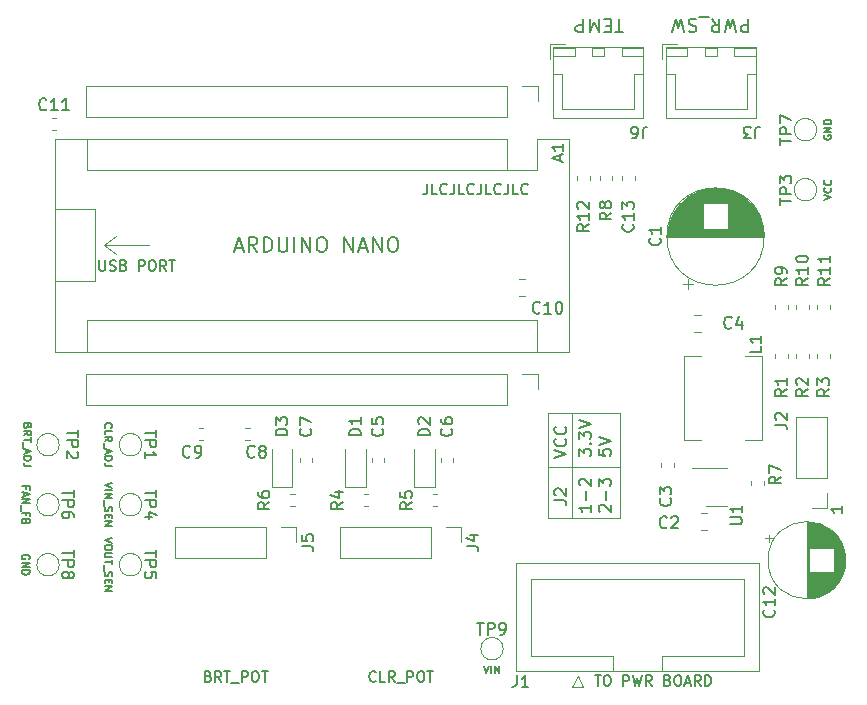
<source format=gto>
G04 #@! TF.GenerationSoftware,KiCad,Pcbnew,(5.1.6)-1*
G04 #@! TF.CreationDate,2020-11-18T04:27:20-08:00*
G04 #@! TF.ProjectId,Logic Board RevA,4c6f6769-6320-4426-9f61-726420526576,rev?*
G04 #@! TF.SameCoordinates,Original*
G04 #@! TF.FileFunction,Legend,Top*
G04 #@! TF.FilePolarity,Positive*
%FSLAX46Y46*%
G04 Gerber Fmt 4.6, Leading zero omitted, Abs format (unit mm)*
G04 Created by KiCad (PCBNEW (5.1.6)-1) date 2020-11-18 04:27:20*
%MOMM*%
%LPD*%
G01*
G04 APERTURE LIST*
%ADD10C,0.152400*%
%ADD11C,0.127000*%
%ADD12C,0.150000*%
%ADD13C,0.177800*%
%ADD14C,0.203200*%
%ADD15C,0.120000*%
G04 APERTURE END LIST*
D10*
X152103666Y-91588166D02*
X152103666Y-92223166D01*
X152061333Y-92350166D01*
X151976666Y-92434833D01*
X151849666Y-92477166D01*
X151765000Y-92477166D01*
X152950333Y-92477166D02*
X152527000Y-92477166D01*
X152527000Y-91588166D01*
X153754666Y-92392500D02*
X153712333Y-92434833D01*
X153585333Y-92477166D01*
X153500666Y-92477166D01*
X153373666Y-92434833D01*
X153289000Y-92350166D01*
X153246666Y-92265500D01*
X153204333Y-92096166D01*
X153204333Y-91969166D01*
X153246666Y-91799833D01*
X153289000Y-91715166D01*
X153373666Y-91630500D01*
X153500666Y-91588166D01*
X153585333Y-91588166D01*
X153712333Y-91630500D01*
X153754666Y-91672833D01*
X154389666Y-91588166D02*
X154389666Y-92223166D01*
X154347333Y-92350166D01*
X154262666Y-92434833D01*
X154135666Y-92477166D01*
X154051000Y-92477166D01*
X155236333Y-92477166D02*
X154813000Y-92477166D01*
X154813000Y-91588166D01*
X156040666Y-92392500D02*
X155998333Y-92434833D01*
X155871333Y-92477166D01*
X155786666Y-92477166D01*
X155659666Y-92434833D01*
X155575000Y-92350166D01*
X155532666Y-92265500D01*
X155490333Y-92096166D01*
X155490333Y-91969166D01*
X155532666Y-91799833D01*
X155575000Y-91715166D01*
X155659666Y-91630500D01*
X155786666Y-91588166D01*
X155871333Y-91588166D01*
X155998333Y-91630500D01*
X156040666Y-91672833D01*
X156675666Y-91588166D02*
X156675666Y-92223166D01*
X156633333Y-92350166D01*
X156548666Y-92434833D01*
X156421666Y-92477166D01*
X156337000Y-92477166D01*
X157522333Y-92477166D02*
X157099000Y-92477166D01*
X157099000Y-91588166D01*
X158326666Y-92392500D02*
X158284333Y-92434833D01*
X158157333Y-92477166D01*
X158072666Y-92477166D01*
X157945666Y-92434833D01*
X157861000Y-92350166D01*
X157818666Y-92265500D01*
X157776333Y-92096166D01*
X157776333Y-91969166D01*
X157818666Y-91799833D01*
X157861000Y-91715166D01*
X157945666Y-91630500D01*
X158072666Y-91588166D01*
X158157333Y-91588166D01*
X158284333Y-91630500D01*
X158326666Y-91672833D01*
X158961666Y-91588166D02*
X158961666Y-92223166D01*
X158919333Y-92350166D01*
X158834666Y-92434833D01*
X158707666Y-92477166D01*
X158623000Y-92477166D01*
X159808333Y-92477166D02*
X159385000Y-92477166D01*
X159385000Y-91588166D01*
X160612666Y-92392500D02*
X160570333Y-92434833D01*
X160443333Y-92477166D01*
X160358666Y-92477166D01*
X160231666Y-92434833D01*
X160147000Y-92350166D01*
X160104666Y-92265500D01*
X160062333Y-92096166D01*
X160062333Y-91969166D01*
X160104666Y-91799833D01*
X160147000Y-91715166D01*
X160231666Y-91630500D01*
X160358666Y-91588166D01*
X160443333Y-91588166D01*
X160570333Y-91630500D01*
X160612666Y-91672833D01*
D11*
X156911523Y-132367261D02*
X157123190Y-133002261D01*
X157334857Y-132367261D01*
X157546523Y-133002261D02*
X157546523Y-132367261D01*
X157848904Y-133002261D02*
X157848904Y-132367261D01*
X158211761Y-133002261D01*
X158211761Y-132367261D01*
X147743333Y-133667500D02*
X147701000Y-133709833D01*
X147574000Y-133752166D01*
X147489333Y-133752166D01*
X147362333Y-133709833D01*
X147277666Y-133625166D01*
X147235333Y-133540500D01*
X147193000Y-133371166D01*
X147193000Y-133244166D01*
X147235333Y-133074833D01*
X147277666Y-132990166D01*
X147362333Y-132905500D01*
X147489333Y-132863166D01*
X147574000Y-132863166D01*
X147701000Y-132905500D01*
X147743333Y-132947833D01*
X148547666Y-133752166D02*
X148124333Y-133752166D01*
X148124333Y-132863166D01*
X149352000Y-133752166D02*
X149055666Y-133328833D01*
X148844000Y-133752166D02*
X148844000Y-132863166D01*
X149182666Y-132863166D01*
X149267333Y-132905500D01*
X149309666Y-132947833D01*
X149352000Y-133032500D01*
X149352000Y-133159500D01*
X149309666Y-133244166D01*
X149267333Y-133286500D01*
X149182666Y-133328833D01*
X148844000Y-133328833D01*
X149521333Y-133836833D02*
X150198666Y-133836833D01*
X150410333Y-133752166D02*
X150410333Y-132863166D01*
X150749000Y-132863166D01*
X150833666Y-132905500D01*
X150876000Y-132947833D01*
X150918333Y-133032500D01*
X150918333Y-133159500D01*
X150876000Y-133244166D01*
X150833666Y-133286500D01*
X150749000Y-133328833D01*
X150410333Y-133328833D01*
X151468666Y-132863166D02*
X151638000Y-132863166D01*
X151722666Y-132905500D01*
X151807333Y-132990166D01*
X151849666Y-133159500D01*
X151849666Y-133455833D01*
X151807333Y-133625166D01*
X151722666Y-133709833D01*
X151638000Y-133752166D01*
X151468666Y-133752166D01*
X151384000Y-133709833D01*
X151299333Y-133625166D01*
X151257000Y-133455833D01*
X151257000Y-133159500D01*
X151299333Y-132990166D01*
X151384000Y-132905500D01*
X151468666Y-132863166D01*
X152103666Y-132863166D02*
X152611666Y-132863166D01*
X152357666Y-133752166D02*
X152357666Y-132863166D01*
X133582833Y-133286500D02*
X133709833Y-133328833D01*
X133752166Y-133371166D01*
X133794500Y-133455833D01*
X133794500Y-133582833D01*
X133752166Y-133667500D01*
X133709833Y-133709833D01*
X133625166Y-133752166D01*
X133286500Y-133752166D01*
X133286500Y-132863166D01*
X133582833Y-132863166D01*
X133667500Y-132905500D01*
X133709833Y-132947833D01*
X133752166Y-133032500D01*
X133752166Y-133117166D01*
X133709833Y-133201833D01*
X133667500Y-133244166D01*
X133582833Y-133286500D01*
X133286500Y-133286500D01*
X134683500Y-133752166D02*
X134387166Y-133328833D01*
X134175500Y-133752166D02*
X134175500Y-132863166D01*
X134514166Y-132863166D01*
X134598833Y-132905500D01*
X134641166Y-132947833D01*
X134683500Y-133032500D01*
X134683500Y-133159500D01*
X134641166Y-133244166D01*
X134598833Y-133286500D01*
X134514166Y-133328833D01*
X134175500Y-133328833D01*
X134937500Y-132863166D02*
X135445500Y-132863166D01*
X135191500Y-133752166D02*
X135191500Y-132863166D01*
X135530166Y-133836833D02*
X136207500Y-133836833D01*
X136419166Y-133752166D02*
X136419166Y-132863166D01*
X136757833Y-132863166D01*
X136842500Y-132905500D01*
X136884833Y-132947833D01*
X136927166Y-133032500D01*
X136927166Y-133159500D01*
X136884833Y-133244166D01*
X136842500Y-133286500D01*
X136757833Y-133328833D01*
X136419166Y-133328833D01*
X137477500Y-132863166D02*
X137646833Y-132863166D01*
X137731500Y-132905500D01*
X137816166Y-132990166D01*
X137858500Y-133159500D01*
X137858500Y-133455833D01*
X137816166Y-133625166D01*
X137731500Y-133709833D01*
X137646833Y-133752166D01*
X137477500Y-133752166D01*
X137392833Y-133709833D01*
X137308166Y-133625166D01*
X137265833Y-133455833D01*
X137265833Y-133159500D01*
X137308166Y-132990166D01*
X137392833Y-132905500D01*
X137477500Y-132863166D01*
X138112500Y-132863166D02*
X138620500Y-132863166D01*
X138366500Y-133752166D02*
X138366500Y-132863166D01*
X185737500Y-87478809D02*
X185707261Y-87539285D01*
X185707261Y-87630000D01*
X185737500Y-87720714D01*
X185797976Y-87781190D01*
X185858452Y-87811428D01*
X185979404Y-87841666D01*
X186070119Y-87841666D01*
X186191071Y-87811428D01*
X186251547Y-87781190D01*
X186312023Y-87720714D01*
X186342261Y-87630000D01*
X186342261Y-87569523D01*
X186312023Y-87478809D01*
X186281785Y-87448571D01*
X186070119Y-87448571D01*
X186070119Y-87569523D01*
X186342261Y-87176428D02*
X185707261Y-87176428D01*
X186342261Y-86813571D01*
X185707261Y-86813571D01*
X186342261Y-86511190D02*
X185707261Y-86511190D01*
X185707261Y-86360000D01*
X185737500Y-86269285D01*
X185797976Y-86208809D01*
X185858452Y-86178571D01*
X185979404Y-86148333D01*
X186070119Y-86148333D01*
X186191071Y-86178571D01*
X186251547Y-86208809D01*
X186312023Y-86269285D01*
X186342261Y-86360000D01*
X186342261Y-86511190D01*
X118427500Y-123341190D02*
X118457738Y-123280714D01*
X118457738Y-123190000D01*
X118427500Y-123099285D01*
X118367023Y-123038809D01*
X118306547Y-123008571D01*
X118185595Y-122978333D01*
X118094880Y-122978333D01*
X117973928Y-123008571D01*
X117913452Y-123038809D01*
X117852976Y-123099285D01*
X117822738Y-123190000D01*
X117822738Y-123250476D01*
X117852976Y-123341190D01*
X117883214Y-123371428D01*
X118094880Y-123371428D01*
X118094880Y-123250476D01*
X117822738Y-123643571D02*
X118457738Y-123643571D01*
X117822738Y-124006428D01*
X118457738Y-124006428D01*
X117822738Y-124308809D02*
X118457738Y-124308809D01*
X118457738Y-124460000D01*
X118427500Y-124550714D01*
X118367023Y-124611190D01*
X118306547Y-124641428D01*
X118185595Y-124671666D01*
X118094880Y-124671666D01*
X117973928Y-124641428D01*
X117913452Y-124611190D01*
X117852976Y-124550714D01*
X117822738Y-124460000D01*
X117822738Y-124308809D01*
X125442738Y-121542023D02*
X124807738Y-121753690D01*
X125442738Y-121965357D01*
X125442738Y-122297976D02*
X125442738Y-122418928D01*
X125412500Y-122479404D01*
X125352023Y-122539880D01*
X125231071Y-122570119D01*
X125019404Y-122570119D01*
X124898452Y-122539880D01*
X124837976Y-122479404D01*
X124807738Y-122418928D01*
X124807738Y-122297976D01*
X124837976Y-122237500D01*
X124898452Y-122177023D01*
X125019404Y-122146785D01*
X125231071Y-122146785D01*
X125352023Y-122177023D01*
X125412500Y-122237500D01*
X125442738Y-122297976D01*
X125442738Y-122842261D02*
X124928690Y-122842261D01*
X124868214Y-122872500D01*
X124837976Y-122902738D01*
X124807738Y-122963214D01*
X124807738Y-123084166D01*
X124837976Y-123144642D01*
X124868214Y-123174880D01*
X124928690Y-123205119D01*
X125442738Y-123205119D01*
X125442738Y-123416785D02*
X125442738Y-123779642D01*
X124807738Y-123598214D02*
X125442738Y-123598214D01*
X124747261Y-123840119D02*
X124747261Y-124323928D01*
X124837976Y-124444880D02*
X124807738Y-124535595D01*
X124807738Y-124686785D01*
X124837976Y-124747261D01*
X124868214Y-124777500D01*
X124928690Y-124807738D01*
X124989166Y-124807738D01*
X125049642Y-124777500D01*
X125079880Y-124747261D01*
X125110119Y-124686785D01*
X125140357Y-124565833D01*
X125170595Y-124505357D01*
X125200833Y-124475119D01*
X125261309Y-124444880D01*
X125321785Y-124444880D01*
X125382261Y-124475119D01*
X125412500Y-124505357D01*
X125442738Y-124565833D01*
X125442738Y-124717023D01*
X125412500Y-124807738D01*
X125140357Y-125079880D02*
X125140357Y-125291547D01*
X124807738Y-125382261D02*
X124807738Y-125079880D01*
X125442738Y-125079880D01*
X125442738Y-125382261D01*
X124807738Y-125654404D02*
X125442738Y-125654404D01*
X124807738Y-126017261D01*
X125442738Y-126017261D01*
X118155357Y-117399404D02*
X118155357Y-117187738D01*
X117822738Y-117187738D02*
X118457738Y-117187738D01*
X118457738Y-117490119D01*
X118004166Y-117701785D02*
X118004166Y-118004166D01*
X117822738Y-117641309D02*
X118457738Y-117852976D01*
X117822738Y-118064642D01*
X117822738Y-118276309D02*
X118457738Y-118276309D01*
X117822738Y-118639166D01*
X118457738Y-118639166D01*
X117762261Y-118790357D02*
X117762261Y-119274166D01*
X118155357Y-119637023D02*
X118155357Y-119425357D01*
X117822738Y-119425357D02*
X118457738Y-119425357D01*
X118457738Y-119727738D01*
X118155357Y-120181309D02*
X118125119Y-120272023D01*
X118094880Y-120302261D01*
X118034404Y-120332500D01*
X117943690Y-120332500D01*
X117883214Y-120302261D01*
X117852976Y-120272023D01*
X117822738Y-120211547D01*
X117822738Y-119969642D01*
X118457738Y-119969642D01*
X118457738Y-120181309D01*
X118427500Y-120241785D01*
X118397261Y-120272023D01*
X118336785Y-120302261D01*
X118276309Y-120302261D01*
X118215833Y-120272023D01*
X118185595Y-120241785D01*
X118155357Y-120181309D01*
X118155357Y-119969642D01*
X125442738Y-116885357D02*
X124807738Y-117097023D01*
X125442738Y-117308690D01*
X124807738Y-117520357D02*
X125442738Y-117520357D01*
X124807738Y-117822738D02*
X125442738Y-117822738D01*
X124807738Y-118185595D01*
X125442738Y-118185595D01*
X124747261Y-118336785D02*
X124747261Y-118820595D01*
X124837976Y-118941547D02*
X124807738Y-119032261D01*
X124807738Y-119183452D01*
X124837976Y-119243928D01*
X124868214Y-119274166D01*
X124928690Y-119304404D01*
X124989166Y-119304404D01*
X125049642Y-119274166D01*
X125079880Y-119243928D01*
X125110119Y-119183452D01*
X125140357Y-119062500D01*
X125170595Y-119002023D01*
X125200833Y-118971785D01*
X125261309Y-118941547D01*
X125321785Y-118941547D01*
X125382261Y-118971785D01*
X125412500Y-119002023D01*
X125442738Y-119062500D01*
X125442738Y-119213690D01*
X125412500Y-119304404D01*
X125140357Y-119576547D02*
X125140357Y-119788214D01*
X124807738Y-119878928D02*
X124807738Y-119576547D01*
X125442738Y-119576547D01*
X125442738Y-119878928D01*
X124807738Y-120151071D02*
X125442738Y-120151071D01*
X124807738Y-120513928D01*
X125442738Y-120513928D01*
D12*
X187269380Y-118840285D02*
X187269380Y-119411714D01*
X187269380Y-119126000D02*
X186269380Y-119126000D01*
X186412238Y-119221238D01*
X186507476Y-119316476D01*
X186555095Y-119411714D01*
D10*
X166285333Y-133180666D02*
X166793333Y-133180666D01*
X166539333Y-134069666D02*
X166539333Y-133180666D01*
X167259000Y-133180666D02*
X167428333Y-133180666D01*
X167513000Y-133223000D01*
X167597666Y-133307666D01*
X167640000Y-133477000D01*
X167640000Y-133773333D01*
X167597666Y-133942666D01*
X167513000Y-134027333D01*
X167428333Y-134069666D01*
X167259000Y-134069666D01*
X167174333Y-134027333D01*
X167089666Y-133942666D01*
X167047333Y-133773333D01*
X167047333Y-133477000D01*
X167089666Y-133307666D01*
X167174333Y-133223000D01*
X167259000Y-133180666D01*
X168698333Y-134069666D02*
X168698333Y-133180666D01*
X169037000Y-133180666D01*
X169121666Y-133223000D01*
X169164000Y-133265333D01*
X169206333Y-133350000D01*
X169206333Y-133477000D01*
X169164000Y-133561666D01*
X169121666Y-133604000D01*
X169037000Y-133646333D01*
X168698333Y-133646333D01*
X169502666Y-133180666D02*
X169714333Y-134069666D01*
X169883666Y-133434666D01*
X170053000Y-134069666D01*
X170264666Y-133180666D01*
X171111333Y-134069666D02*
X170815000Y-133646333D01*
X170603333Y-134069666D02*
X170603333Y-133180666D01*
X170942000Y-133180666D01*
X171026666Y-133223000D01*
X171069000Y-133265333D01*
X171111333Y-133350000D01*
X171111333Y-133477000D01*
X171069000Y-133561666D01*
X171026666Y-133604000D01*
X170942000Y-133646333D01*
X170603333Y-133646333D01*
X172466000Y-133604000D02*
X172593000Y-133646333D01*
X172635333Y-133688666D01*
X172677666Y-133773333D01*
X172677666Y-133900333D01*
X172635333Y-133985000D01*
X172593000Y-134027333D01*
X172508333Y-134069666D01*
X172169666Y-134069666D01*
X172169666Y-133180666D01*
X172466000Y-133180666D01*
X172550666Y-133223000D01*
X172593000Y-133265333D01*
X172635333Y-133350000D01*
X172635333Y-133434666D01*
X172593000Y-133519333D01*
X172550666Y-133561666D01*
X172466000Y-133604000D01*
X172169666Y-133604000D01*
X173228000Y-133180666D02*
X173397333Y-133180666D01*
X173482000Y-133223000D01*
X173566666Y-133307666D01*
X173609000Y-133477000D01*
X173609000Y-133773333D01*
X173566666Y-133942666D01*
X173482000Y-134027333D01*
X173397333Y-134069666D01*
X173228000Y-134069666D01*
X173143333Y-134027333D01*
X173058666Y-133942666D01*
X173016333Y-133773333D01*
X173016333Y-133477000D01*
X173058666Y-133307666D01*
X173143333Y-133223000D01*
X173228000Y-133180666D01*
X173947666Y-133815666D02*
X174371000Y-133815666D01*
X173863000Y-134069666D02*
X174159333Y-133180666D01*
X174455666Y-134069666D01*
X175260000Y-134069666D02*
X174963666Y-133646333D01*
X174752000Y-134069666D02*
X174752000Y-133180666D01*
X175090666Y-133180666D01*
X175175333Y-133223000D01*
X175217666Y-133265333D01*
X175260000Y-133350000D01*
X175260000Y-133477000D01*
X175217666Y-133561666D01*
X175175333Y-133604000D01*
X175090666Y-133646333D01*
X174752000Y-133646333D01*
X175641000Y-134069666D02*
X175641000Y-133180666D01*
X175852666Y-133180666D01*
X175979666Y-133223000D01*
X176064333Y-133307666D01*
X176106666Y-133392333D01*
X176149000Y-133561666D01*
X176149000Y-133688666D01*
X176106666Y-133858000D01*
X176064333Y-133942666D01*
X175979666Y-134027333D01*
X175852666Y-134069666D01*
X175641000Y-134069666D01*
D11*
X124868214Y-112213571D02*
X124837976Y-112183333D01*
X124807738Y-112092619D01*
X124807738Y-112032142D01*
X124837976Y-111941428D01*
X124898452Y-111880952D01*
X124958928Y-111850714D01*
X125079880Y-111820476D01*
X125170595Y-111820476D01*
X125291547Y-111850714D01*
X125352023Y-111880952D01*
X125412500Y-111941428D01*
X125442738Y-112032142D01*
X125442738Y-112092619D01*
X125412500Y-112183333D01*
X125382261Y-112213571D01*
X124807738Y-112788095D02*
X124807738Y-112485714D01*
X125442738Y-112485714D01*
X124807738Y-113362619D02*
X125110119Y-113150952D01*
X124807738Y-112999761D02*
X125442738Y-112999761D01*
X125442738Y-113241666D01*
X125412500Y-113302142D01*
X125382261Y-113332380D01*
X125321785Y-113362619D01*
X125231071Y-113362619D01*
X125170595Y-113332380D01*
X125140357Y-113302142D01*
X125110119Y-113241666D01*
X125110119Y-112999761D01*
X124747261Y-113483571D02*
X124747261Y-113967380D01*
X124989166Y-114088333D02*
X124989166Y-114390714D01*
X124807738Y-114027857D02*
X125442738Y-114239523D01*
X124807738Y-114451190D01*
X124807738Y-114662857D02*
X125442738Y-114662857D01*
X125442738Y-114814047D01*
X125412500Y-114904761D01*
X125352023Y-114965238D01*
X125291547Y-114995476D01*
X125170595Y-115025714D01*
X125079880Y-115025714D01*
X124958928Y-114995476D01*
X124898452Y-114965238D01*
X124837976Y-114904761D01*
X124807738Y-114814047D01*
X124807738Y-114662857D01*
X125442738Y-115479285D02*
X124989166Y-115479285D01*
X124898452Y-115449047D01*
X124837976Y-115388571D01*
X124807738Y-115297857D01*
X124807738Y-115237380D01*
X118282357Y-112077500D02*
X118252119Y-112168214D01*
X118221880Y-112198452D01*
X118161404Y-112228690D01*
X118070690Y-112228690D01*
X118010214Y-112198452D01*
X117979976Y-112168214D01*
X117949738Y-112107738D01*
X117949738Y-111865833D01*
X118584738Y-111865833D01*
X118584738Y-112077500D01*
X118554500Y-112137976D01*
X118524261Y-112168214D01*
X118463785Y-112198452D01*
X118403309Y-112198452D01*
X118342833Y-112168214D01*
X118312595Y-112137976D01*
X118282357Y-112077500D01*
X118282357Y-111865833D01*
X117949738Y-112863690D02*
X118252119Y-112652023D01*
X117949738Y-112500833D02*
X118584738Y-112500833D01*
X118584738Y-112742738D01*
X118554500Y-112803214D01*
X118524261Y-112833452D01*
X118463785Y-112863690D01*
X118373071Y-112863690D01*
X118312595Y-112833452D01*
X118282357Y-112803214D01*
X118252119Y-112742738D01*
X118252119Y-112500833D01*
X118584738Y-113045119D02*
X118584738Y-113407976D01*
X117949738Y-113226547D02*
X118584738Y-113226547D01*
X117889261Y-113468452D02*
X117889261Y-113952261D01*
X118131166Y-114073214D02*
X118131166Y-114375595D01*
X117949738Y-114012738D02*
X118584738Y-114224404D01*
X117949738Y-114436071D01*
X117949738Y-114647738D02*
X118584738Y-114647738D01*
X118584738Y-114798928D01*
X118554500Y-114889642D01*
X118494023Y-114950119D01*
X118433547Y-114980357D01*
X118312595Y-115010595D01*
X118221880Y-115010595D01*
X118100928Y-114980357D01*
X118040452Y-114950119D01*
X117979976Y-114889642D01*
X117949738Y-114798928D01*
X117949738Y-114647738D01*
X118584738Y-115464166D02*
X118131166Y-115464166D01*
X118040452Y-115433928D01*
X117979976Y-115373452D01*
X117949738Y-115282738D01*
X117949738Y-115222261D01*
X185707261Y-92921666D02*
X186342261Y-92710000D01*
X185707261Y-92498333D01*
X186281785Y-91923809D02*
X186312023Y-91954047D01*
X186342261Y-92044761D01*
X186342261Y-92105238D01*
X186312023Y-92195952D01*
X186251547Y-92256428D01*
X186191071Y-92286666D01*
X186070119Y-92316904D01*
X185979404Y-92316904D01*
X185858452Y-92286666D01*
X185797976Y-92256428D01*
X185737500Y-92195952D01*
X185707261Y-92105238D01*
X185707261Y-92044761D01*
X185737500Y-91954047D01*
X185767738Y-91923809D01*
X186281785Y-91288809D02*
X186312023Y-91319047D01*
X186342261Y-91409761D01*
X186342261Y-91470238D01*
X186312023Y-91560952D01*
X186251547Y-91621428D01*
X186191071Y-91651666D01*
X186070119Y-91681904D01*
X185979404Y-91681904D01*
X185858452Y-91651666D01*
X185797976Y-91621428D01*
X185737500Y-91560952D01*
X185707261Y-91470238D01*
X185707261Y-91409761D01*
X185737500Y-91319047D01*
X185767738Y-91288809D01*
D13*
X168692285Y-78730928D02*
X168039142Y-78730928D01*
X168365714Y-77587928D02*
X168365714Y-78730928D01*
X167658142Y-78186642D02*
X167277142Y-78186642D01*
X167113857Y-77587928D02*
X167658142Y-77587928D01*
X167658142Y-78730928D01*
X167113857Y-78730928D01*
X166624000Y-77587928D02*
X166624000Y-78730928D01*
X166243000Y-77914500D01*
X165862000Y-78730928D01*
X165862000Y-77587928D01*
X165317714Y-77587928D02*
X165317714Y-78730928D01*
X164882285Y-78730928D01*
X164773428Y-78676500D01*
X164719000Y-78622071D01*
X164664571Y-78513214D01*
X164664571Y-78349928D01*
X164719000Y-78241071D01*
X164773428Y-78186642D01*
X164882285Y-78132214D01*
X165317714Y-78132214D01*
X179305857Y-77587928D02*
X179305857Y-78730928D01*
X178870428Y-78730928D01*
X178761571Y-78676500D01*
X178707142Y-78622071D01*
X178652714Y-78513214D01*
X178652714Y-78349928D01*
X178707142Y-78241071D01*
X178761571Y-78186642D01*
X178870428Y-78132214D01*
X179305857Y-78132214D01*
X178271714Y-78730928D02*
X177999571Y-77587928D01*
X177781857Y-78404357D01*
X177564142Y-77587928D01*
X177292000Y-78730928D01*
X176203428Y-77587928D02*
X176584428Y-78132214D01*
X176856571Y-77587928D02*
X176856571Y-78730928D01*
X176421142Y-78730928D01*
X176312285Y-78676500D01*
X176257857Y-78622071D01*
X176203428Y-78513214D01*
X176203428Y-78349928D01*
X176257857Y-78241071D01*
X176312285Y-78186642D01*
X176421142Y-78132214D01*
X176856571Y-78132214D01*
X175985714Y-77479071D02*
X175114857Y-77479071D01*
X174897142Y-77642357D02*
X174733857Y-77587928D01*
X174461714Y-77587928D01*
X174352857Y-77642357D01*
X174298428Y-77696785D01*
X174244000Y-77805642D01*
X174244000Y-77914500D01*
X174298428Y-78023357D01*
X174352857Y-78077785D01*
X174461714Y-78132214D01*
X174679428Y-78186642D01*
X174788285Y-78241071D01*
X174842714Y-78295500D01*
X174897142Y-78404357D01*
X174897142Y-78513214D01*
X174842714Y-78622071D01*
X174788285Y-78676500D01*
X174679428Y-78730928D01*
X174407285Y-78730928D01*
X174244000Y-78676500D01*
X173863000Y-78730928D02*
X173590857Y-77587928D01*
X173373142Y-78404357D01*
X173155428Y-77587928D01*
X172883285Y-78730928D01*
D14*
X135853714Y-96985666D02*
X136458476Y-96985666D01*
X135732761Y-97348523D02*
X136156095Y-96078523D01*
X136579428Y-97348523D01*
X137728476Y-97348523D02*
X137305142Y-96743761D01*
X137002761Y-97348523D02*
X137002761Y-96078523D01*
X137486571Y-96078523D01*
X137607523Y-96139000D01*
X137668000Y-96199476D01*
X137728476Y-96320428D01*
X137728476Y-96501857D01*
X137668000Y-96622809D01*
X137607523Y-96683285D01*
X137486571Y-96743761D01*
X137002761Y-96743761D01*
X138272761Y-97348523D02*
X138272761Y-96078523D01*
X138575142Y-96078523D01*
X138756571Y-96139000D01*
X138877523Y-96259952D01*
X138938000Y-96380904D01*
X138998476Y-96622809D01*
X138998476Y-96804238D01*
X138938000Y-97046142D01*
X138877523Y-97167095D01*
X138756571Y-97288047D01*
X138575142Y-97348523D01*
X138272761Y-97348523D01*
X139542761Y-96078523D02*
X139542761Y-97106619D01*
X139603238Y-97227571D01*
X139663714Y-97288047D01*
X139784666Y-97348523D01*
X140026571Y-97348523D01*
X140147523Y-97288047D01*
X140208000Y-97227571D01*
X140268476Y-97106619D01*
X140268476Y-96078523D01*
X140873238Y-97348523D02*
X140873238Y-96078523D01*
X141478000Y-97348523D02*
X141478000Y-96078523D01*
X142203714Y-97348523D01*
X142203714Y-96078523D01*
X143050380Y-96078523D02*
X143292285Y-96078523D01*
X143413238Y-96139000D01*
X143534190Y-96259952D01*
X143594666Y-96501857D01*
X143594666Y-96925190D01*
X143534190Y-97167095D01*
X143413238Y-97288047D01*
X143292285Y-97348523D01*
X143050380Y-97348523D01*
X142929428Y-97288047D01*
X142808476Y-97167095D01*
X142748000Y-96925190D01*
X142748000Y-96501857D01*
X142808476Y-96259952D01*
X142929428Y-96139000D01*
X143050380Y-96078523D01*
X145106571Y-97348523D02*
X145106571Y-96078523D01*
X145832285Y-97348523D01*
X145832285Y-96078523D01*
X146376571Y-96985666D02*
X146981333Y-96985666D01*
X146255619Y-97348523D02*
X146678952Y-96078523D01*
X147102285Y-97348523D01*
X147525619Y-97348523D02*
X147525619Y-96078523D01*
X148251333Y-97348523D01*
X148251333Y-96078523D01*
X149098000Y-96078523D02*
X149339904Y-96078523D01*
X149460857Y-96139000D01*
X149581809Y-96259952D01*
X149642285Y-96501857D01*
X149642285Y-96925190D01*
X149581809Y-97167095D01*
X149460857Y-97288047D01*
X149339904Y-97348523D01*
X149098000Y-97348523D01*
X148977047Y-97288047D01*
X148856095Y-97167095D01*
X148795619Y-96925190D01*
X148795619Y-96501857D01*
X148856095Y-96259952D01*
X148977047Y-96139000D01*
X149098000Y-96078523D01*
D10*
X124354166Y-98065166D02*
X124354166Y-98784833D01*
X124396500Y-98869500D01*
X124438833Y-98911833D01*
X124523500Y-98954166D01*
X124692833Y-98954166D01*
X124777500Y-98911833D01*
X124819833Y-98869500D01*
X124862166Y-98784833D01*
X124862166Y-98065166D01*
X125243166Y-98911833D02*
X125370166Y-98954166D01*
X125581833Y-98954166D01*
X125666500Y-98911833D01*
X125708833Y-98869500D01*
X125751166Y-98784833D01*
X125751166Y-98700166D01*
X125708833Y-98615500D01*
X125666500Y-98573166D01*
X125581833Y-98530833D01*
X125412500Y-98488500D01*
X125327833Y-98446166D01*
X125285500Y-98403833D01*
X125243166Y-98319166D01*
X125243166Y-98234500D01*
X125285500Y-98149833D01*
X125327833Y-98107500D01*
X125412500Y-98065166D01*
X125624166Y-98065166D01*
X125751166Y-98107500D01*
X126428500Y-98488500D02*
X126555500Y-98530833D01*
X126597833Y-98573166D01*
X126640166Y-98657833D01*
X126640166Y-98784833D01*
X126597833Y-98869500D01*
X126555500Y-98911833D01*
X126470833Y-98954166D01*
X126132166Y-98954166D01*
X126132166Y-98065166D01*
X126428500Y-98065166D01*
X126513166Y-98107500D01*
X126555500Y-98149833D01*
X126597833Y-98234500D01*
X126597833Y-98319166D01*
X126555500Y-98403833D01*
X126513166Y-98446166D01*
X126428500Y-98488500D01*
X126132166Y-98488500D01*
X127698500Y-98954166D02*
X127698500Y-98065166D01*
X128037166Y-98065166D01*
X128121833Y-98107500D01*
X128164166Y-98149833D01*
X128206500Y-98234500D01*
X128206500Y-98361500D01*
X128164166Y-98446166D01*
X128121833Y-98488500D01*
X128037166Y-98530833D01*
X127698500Y-98530833D01*
X128756833Y-98065166D02*
X128926166Y-98065166D01*
X129010833Y-98107500D01*
X129095500Y-98192166D01*
X129137833Y-98361500D01*
X129137833Y-98657833D01*
X129095500Y-98827166D01*
X129010833Y-98911833D01*
X128926166Y-98954166D01*
X128756833Y-98954166D01*
X128672166Y-98911833D01*
X128587500Y-98827166D01*
X128545166Y-98657833D01*
X128545166Y-98361500D01*
X128587500Y-98192166D01*
X128672166Y-98107500D01*
X128756833Y-98065166D01*
X130026833Y-98954166D02*
X129730500Y-98530833D01*
X129518833Y-98954166D02*
X129518833Y-98065166D01*
X129857500Y-98065166D01*
X129942166Y-98107500D01*
X129984500Y-98149833D01*
X130026833Y-98234500D01*
X130026833Y-98361500D01*
X129984500Y-98446166D01*
X129942166Y-98488500D01*
X129857500Y-98530833D01*
X129518833Y-98530833D01*
X130280833Y-98065166D02*
X130788833Y-98065166D01*
X130534833Y-98954166D02*
X130534833Y-98065166D01*
D15*
X124714000Y-96774000D02*
X125730000Y-97536000D01*
X124714000Y-96774000D02*
X125730000Y-96012000D01*
X128524000Y-96774000D02*
X124714000Y-96774000D01*
X124714000Y-96774000D02*
X128524000Y-96774000D01*
X123952000Y-99822000D02*
X123952000Y-96774000D01*
X123952000Y-93726000D02*
X120650000Y-93726000D01*
X123952000Y-99822000D02*
X120650000Y-99822000D01*
X123952000Y-96774000D02*
X123952000Y-93726000D01*
X164338000Y-119888000D02*
X164338000Y-110998000D01*
X162306000Y-110998000D02*
X162306000Y-115570000D01*
X168402000Y-110998000D02*
X162306000Y-110998000D01*
X168402000Y-115570000D02*
X168402000Y-110998000D01*
X168402000Y-119888000D02*
X168402000Y-115570000D01*
X162306000Y-119888000D02*
X168402000Y-119888000D01*
X162306000Y-115570000D02*
X162306000Y-119888000D01*
X168402000Y-115570000D02*
X162306000Y-115570000D01*
D10*
X162892619Y-118388190D02*
X163618333Y-118388190D01*
X163763476Y-118436571D01*
X163860238Y-118533333D01*
X163908619Y-118678476D01*
X163908619Y-118775238D01*
X162989380Y-117952761D02*
X162941000Y-117904380D01*
X162892619Y-117807619D01*
X162892619Y-117565714D01*
X162941000Y-117468952D01*
X162989380Y-117420571D01*
X163086142Y-117372190D01*
X163182904Y-117372190D01*
X163328047Y-117420571D01*
X163908619Y-118001142D01*
X163908619Y-117372190D01*
X162892619Y-114759619D02*
X163908619Y-114420952D01*
X162892619Y-114082285D01*
X163811857Y-113163047D02*
X163860238Y-113211428D01*
X163908619Y-113356571D01*
X163908619Y-113453333D01*
X163860238Y-113598476D01*
X163763476Y-113695238D01*
X163666714Y-113743619D01*
X163473190Y-113792000D01*
X163328047Y-113792000D01*
X163134523Y-113743619D01*
X163037761Y-113695238D01*
X162941000Y-113598476D01*
X162892619Y-113453333D01*
X162892619Y-113356571D01*
X162941000Y-113211428D01*
X162989380Y-113163047D01*
X163811857Y-112147047D02*
X163860238Y-112195428D01*
X163908619Y-112340571D01*
X163908619Y-112437333D01*
X163860238Y-112582476D01*
X163763476Y-112679238D01*
X163666714Y-112727619D01*
X163473190Y-112776000D01*
X163328047Y-112776000D01*
X163134523Y-112727619D01*
X163037761Y-112679238D01*
X162941000Y-112582476D01*
X162892619Y-112437333D01*
X162892619Y-112340571D01*
X162941000Y-112195428D01*
X162989380Y-112147047D01*
X165991419Y-118760844D02*
X165991419Y-119341416D01*
X165991419Y-119051130D02*
X164975419Y-119051130D01*
X165120561Y-119147892D01*
X165217323Y-119244654D01*
X165265704Y-119341416D01*
X165604371Y-118325416D02*
X165604371Y-117551320D01*
X165072180Y-117115892D02*
X165023800Y-117067511D01*
X164975419Y-116970749D01*
X164975419Y-116728844D01*
X165023800Y-116632082D01*
X165072180Y-116583701D01*
X165168942Y-116535320D01*
X165265704Y-116535320D01*
X165410847Y-116583701D01*
X165991419Y-117164273D01*
X165991419Y-116535320D01*
X164975419Y-114648463D02*
X164975419Y-114019511D01*
X165362466Y-114358178D01*
X165362466Y-114213035D01*
X165410847Y-114116273D01*
X165459228Y-114067892D01*
X165555990Y-114019511D01*
X165797895Y-114019511D01*
X165894657Y-114067892D01*
X165943038Y-114116273D01*
X165991419Y-114213035D01*
X165991419Y-114503320D01*
X165943038Y-114600082D01*
X165894657Y-114648463D01*
X165894657Y-113584082D02*
X165943038Y-113535701D01*
X165991419Y-113584082D01*
X165943038Y-113632463D01*
X165894657Y-113584082D01*
X165991419Y-113584082D01*
X164975419Y-113197035D02*
X164975419Y-112568082D01*
X165362466Y-112906749D01*
X165362466Y-112761606D01*
X165410847Y-112664844D01*
X165459228Y-112616463D01*
X165555990Y-112568082D01*
X165797895Y-112568082D01*
X165894657Y-112616463D01*
X165943038Y-112664844D01*
X165991419Y-112761606D01*
X165991419Y-113051892D01*
X165943038Y-113148654D01*
X165894657Y-113197035D01*
X164975419Y-112277797D02*
X165991419Y-111939130D01*
X164975419Y-111600463D01*
X166748580Y-119341416D02*
X166700200Y-119293035D01*
X166651819Y-119196273D01*
X166651819Y-118954368D01*
X166700200Y-118857606D01*
X166748580Y-118809225D01*
X166845342Y-118760844D01*
X166942104Y-118760844D01*
X167087247Y-118809225D01*
X167667819Y-119389797D01*
X167667819Y-118760844D01*
X167280771Y-118325416D02*
X167280771Y-117551320D01*
X166651819Y-117164273D02*
X166651819Y-116535320D01*
X167038866Y-116873987D01*
X167038866Y-116728844D01*
X167087247Y-116632082D01*
X167135628Y-116583701D01*
X167232390Y-116535320D01*
X167474295Y-116535320D01*
X167571057Y-116583701D01*
X167619438Y-116632082D01*
X167667819Y-116728844D01*
X167667819Y-117019130D01*
X167619438Y-117115892D01*
X167571057Y-117164273D01*
X166651819Y-114067892D02*
X166651819Y-114551701D01*
X167135628Y-114600082D01*
X167087247Y-114551701D01*
X167038866Y-114454940D01*
X167038866Y-114213035D01*
X167087247Y-114116273D01*
X167135628Y-114067892D01*
X167232390Y-114019511D01*
X167474295Y-114019511D01*
X167571057Y-114067892D01*
X167619438Y-114116273D01*
X167667819Y-114213035D01*
X167667819Y-114454940D01*
X167619438Y-114551701D01*
X167571057Y-114600082D01*
X166651819Y-113729225D02*
X167667819Y-113390559D01*
X166651819Y-113051892D01*
D15*
X169674000Y-90887733D02*
X169674000Y-91230267D01*
X168654000Y-90887733D02*
X168654000Y-91230267D01*
X130750000Y-120590000D02*
X130750000Y-123250000D01*
X138430000Y-120590000D02*
X130750000Y-120590000D01*
X138430000Y-123250000D02*
X130750000Y-123250000D01*
X138430000Y-120590000D02*
X138430000Y-123250000D01*
X139700000Y-120590000D02*
X141030000Y-120590000D01*
X141030000Y-120590000D02*
X141030000Y-121920000D01*
X144720000Y-120590000D02*
X144720000Y-123250000D01*
X152400000Y-120590000D02*
X144720000Y-120590000D01*
X152400000Y-123250000D02*
X144720000Y-123250000D01*
X152400000Y-120590000D02*
X152400000Y-123250000D01*
X153670000Y-120590000D02*
X155000000Y-120590000D01*
X155000000Y-120590000D02*
X155000000Y-121920000D01*
X187527000Y-123444000D02*
G75*
G03*
X187527000Y-123444000I-3270000J0D01*
G01*
X184257000Y-120214000D02*
X184257000Y-126674000D01*
X184297000Y-120214000D02*
X184297000Y-126674000D01*
X184337000Y-120214000D02*
X184337000Y-126674000D01*
X184377000Y-120216000D02*
X184377000Y-126672000D01*
X184417000Y-120217000D02*
X184417000Y-126671000D01*
X184457000Y-120220000D02*
X184457000Y-126668000D01*
X184497000Y-120222000D02*
X184497000Y-122404000D01*
X184497000Y-124484000D02*
X184497000Y-126666000D01*
X184537000Y-120226000D02*
X184537000Y-122404000D01*
X184537000Y-124484000D02*
X184537000Y-126662000D01*
X184577000Y-120229000D02*
X184577000Y-122404000D01*
X184577000Y-124484000D02*
X184577000Y-126659000D01*
X184617000Y-120233000D02*
X184617000Y-122404000D01*
X184617000Y-124484000D02*
X184617000Y-126655000D01*
X184657000Y-120238000D02*
X184657000Y-122404000D01*
X184657000Y-124484000D02*
X184657000Y-126650000D01*
X184697000Y-120243000D02*
X184697000Y-122404000D01*
X184697000Y-124484000D02*
X184697000Y-126645000D01*
X184737000Y-120249000D02*
X184737000Y-122404000D01*
X184737000Y-124484000D02*
X184737000Y-126639000D01*
X184777000Y-120255000D02*
X184777000Y-122404000D01*
X184777000Y-124484000D02*
X184777000Y-126633000D01*
X184817000Y-120262000D02*
X184817000Y-122404000D01*
X184817000Y-124484000D02*
X184817000Y-126626000D01*
X184857000Y-120269000D02*
X184857000Y-122404000D01*
X184857000Y-124484000D02*
X184857000Y-126619000D01*
X184897000Y-120277000D02*
X184897000Y-122404000D01*
X184897000Y-124484000D02*
X184897000Y-126611000D01*
X184937000Y-120285000D02*
X184937000Y-122404000D01*
X184937000Y-124484000D02*
X184937000Y-126603000D01*
X184978000Y-120294000D02*
X184978000Y-122404000D01*
X184978000Y-124484000D02*
X184978000Y-126594000D01*
X185018000Y-120303000D02*
X185018000Y-122404000D01*
X185018000Y-124484000D02*
X185018000Y-126585000D01*
X185058000Y-120313000D02*
X185058000Y-122404000D01*
X185058000Y-124484000D02*
X185058000Y-126575000D01*
X185098000Y-120323000D02*
X185098000Y-122404000D01*
X185098000Y-124484000D02*
X185098000Y-126565000D01*
X185138000Y-120334000D02*
X185138000Y-122404000D01*
X185138000Y-124484000D02*
X185138000Y-126554000D01*
X185178000Y-120346000D02*
X185178000Y-122404000D01*
X185178000Y-124484000D02*
X185178000Y-126542000D01*
X185218000Y-120358000D02*
X185218000Y-122404000D01*
X185218000Y-124484000D02*
X185218000Y-126530000D01*
X185258000Y-120370000D02*
X185258000Y-122404000D01*
X185258000Y-124484000D02*
X185258000Y-126518000D01*
X185298000Y-120383000D02*
X185298000Y-122404000D01*
X185298000Y-124484000D02*
X185298000Y-126505000D01*
X185338000Y-120397000D02*
X185338000Y-122404000D01*
X185338000Y-124484000D02*
X185338000Y-126491000D01*
X185378000Y-120411000D02*
X185378000Y-122404000D01*
X185378000Y-124484000D02*
X185378000Y-126477000D01*
X185418000Y-120426000D02*
X185418000Y-122404000D01*
X185418000Y-124484000D02*
X185418000Y-126462000D01*
X185458000Y-120442000D02*
X185458000Y-122404000D01*
X185458000Y-124484000D02*
X185458000Y-126446000D01*
X185498000Y-120458000D02*
X185498000Y-122404000D01*
X185498000Y-124484000D02*
X185498000Y-126430000D01*
X185538000Y-120474000D02*
X185538000Y-122404000D01*
X185538000Y-124484000D02*
X185538000Y-126414000D01*
X185578000Y-120492000D02*
X185578000Y-122404000D01*
X185578000Y-124484000D02*
X185578000Y-126396000D01*
X185618000Y-120510000D02*
X185618000Y-122404000D01*
X185618000Y-124484000D02*
X185618000Y-126378000D01*
X185658000Y-120528000D02*
X185658000Y-122404000D01*
X185658000Y-124484000D02*
X185658000Y-126360000D01*
X185698000Y-120548000D02*
X185698000Y-122404000D01*
X185698000Y-124484000D02*
X185698000Y-126340000D01*
X185738000Y-120568000D02*
X185738000Y-122404000D01*
X185738000Y-124484000D02*
X185738000Y-126320000D01*
X185778000Y-120588000D02*
X185778000Y-122404000D01*
X185778000Y-124484000D02*
X185778000Y-126300000D01*
X185818000Y-120610000D02*
X185818000Y-122404000D01*
X185818000Y-124484000D02*
X185818000Y-126278000D01*
X185858000Y-120632000D02*
X185858000Y-122404000D01*
X185858000Y-124484000D02*
X185858000Y-126256000D01*
X185898000Y-120654000D02*
X185898000Y-122404000D01*
X185898000Y-124484000D02*
X185898000Y-126234000D01*
X185938000Y-120678000D02*
X185938000Y-122404000D01*
X185938000Y-124484000D02*
X185938000Y-126210000D01*
X185978000Y-120702000D02*
X185978000Y-122404000D01*
X185978000Y-124484000D02*
X185978000Y-126186000D01*
X186018000Y-120728000D02*
X186018000Y-122404000D01*
X186018000Y-124484000D02*
X186018000Y-126160000D01*
X186058000Y-120754000D02*
X186058000Y-122404000D01*
X186058000Y-124484000D02*
X186058000Y-126134000D01*
X186098000Y-120780000D02*
X186098000Y-122404000D01*
X186098000Y-124484000D02*
X186098000Y-126108000D01*
X186138000Y-120808000D02*
X186138000Y-122404000D01*
X186138000Y-124484000D02*
X186138000Y-126080000D01*
X186178000Y-120837000D02*
X186178000Y-122404000D01*
X186178000Y-124484000D02*
X186178000Y-126051000D01*
X186218000Y-120866000D02*
X186218000Y-122404000D01*
X186218000Y-124484000D02*
X186218000Y-126022000D01*
X186258000Y-120896000D02*
X186258000Y-122404000D01*
X186258000Y-124484000D02*
X186258000Y-125992000D01*
X186298000Y-120928000D02*
X186298000Y-122404000D01*
X186298000Y-124484000D02*
X186298000Y-125960000D01*
X186338000Y-120960000D02*
X186338000Y-122404000D01*
X186338000Y-124484000D02*
X186338000Y-125928000D01*
X186378000Y-120994000D02*
X186378000Y-122404000D01*
X186378000Y-124484000D02*
X186378000Y-125894000D01*
X186418000Y-121028000D02*
X186418000Y-122404000D01*
X186418000Y-124484000D02*
X186418000Y-125860000D01*
X186458000Y-121064000D02*
X186458000Y-122404000D01*
X186458000Y-124484000D02*
X186458000Y-125824000D01*
X186498000Y-121101000D02*
X186498000Y-122404000D01*
X186498000Y-124484000D02*
X186498000Y-125787000D01*
X186538000Y-121139000D02*
X186538000Y-122404000D01*
X186538000Y-124484000D02*
X186538000Y-125749000D01*
X186578000Y-121179000D02*
X186578000Y-125709000D01*
X186618000Y-121220000D02*
X186618000Y-125668000D01*
X186658000Y-121262000D02*
X186658000Y-125626000D01*
X186698000Y-121307000D02*
X186698000Y-125581000D01*
X186738000Y-121352000D02*
X186738000Y-125536000D01*
X186778000Y-121400000D02*
X186778000Y-125488000D01*
X186818000Y-121449000D02*
X186818000Y-125439000D01*
X186858000Y-121500000D02*
X186858000Y-125388000D01*
X186898000Y-121554000D02*
X186898000Y-125334000D01*
X186938000Y-121610000D02*
X186938000Y-125278000D01*
X186978000Y-121668000D02*
X186978000Y-125220000D01*
X187018000Y-121730000D02*
X187018000Y-125158000D01*
X187058000Y-121794000D02*
X187058000Y-125094000D01*
X187098000Y-121863000D02*
X187098000Y-125025000D01*
X187138000Y-121935000D02*
X187138000Y-124953000D01*
X187178000Y-122012000D02*
X187178000Y-124876000D01*
X187218000Y-122094000D02*
X187218000Y-124794000D01*
X187258000Y-122182000D02*
X187258000Y-124706000D01*
X187298000Y-122279000D02*
X187298000Y-124609000D01*
X187338000Y-122385000D02*
X187338000Y-124503000D01*
X187378000Y-122504000D02*
X187378000Y-124384000D01*
X187418000Y-122642000D02*
X187418000Y-124246000D01*
X187458000Y-122811000D02*
X187458000Y-124077000D01*
X187498000Y-123042000D02*
X187498000Y-123846000D01*
X180756759Y-121605000D02*
X181386759Y-121605000D01*
X181071759Y-121290000D02*
X181071759Y-121920000D01*
X120694267Y-87060500D02*
X120351733Y-87060500D01*
X120694267Y-86040500D02*
X120351733Y-86040500D01*
X158557000Y-130937000D02*
G75*
G03*
X158557000Y-130937000I-950000J0D01*
G01*
X159885748Y-101040000D02*
X160408252Y-101040000D01*
X159885748Y-99620000D02*
X160408252Y-99620000D01*
X120965000Y-123825000D02*
G75*
G03*
X120965000Y-123825000I-950000J0D01*
G01*
X185100000Y-86995000D02*
G75*
G03*
X185100000Y-86995000I-950000J0D01*
G01*
X120965000Y-118745000D02*
G75*
G03*
X120965000Y-118745000I-950000J0D01*
G01*
X127950000Y-123825000D02*
G75*
G03*
X127950000Y-123825000I-950000J0D01*
G01*
X127950000Y-118745000D02*
G75*
G03*
X127950000Y-118745000I-950000J0D01*
G01*
X175336200Y-113278000D02*
X173865000Y-113278000D01*
X173865000Y-113278000D02*
X173865000Y-106178000D01*
X173865000Y-106178000D02*
X175336200Y-106178000D01*
X178993800Y-106178000D02*
X180465000Y-106178000D01*
X180465000Y-106178000D02*
X180465000Y-113278000D01*
X180465000Y-113278000D02*
X178993800Y-113278000D01*
X184406000Y-106343267D02*
X184406000Y-106000733D01*
X183386000Y-106343267D02*
X183386000Y-106000733D01*
X185100000Y-92075000D02*
G75*
G03*
X185100000Y-92075000I-950000J0D01*
G01*
X120965000Y-113665000D02*
G75*
G03*
X120965000Y-113665000I-950000J0D01*
G01*
X127950000Y-113665000D02*
G75*
G03*
X127950000Y-113665000I-950000J0D01*
G01*
X158877000Y-90424000D02*
X161417000Y-90424000D01*
X161417000Y-90424000D02*
X161417000Y-87754000D01*
X158877000Y-87754000D02*
X120647000Y-87754000D01*
X164087000Y-87754000D02*
X161417000Y-87754000D01*
X161417000Y-103124000D02*
X161417000Y-105794000D01*
X161417000Y-103124000D02*
X123317000Y-103124000D01*
X123317000Y-103124000D02*
X123317000Y-105794000D01*
X158877000Y-90424000D02*
X158877000Y-87754000D01*
X158877000Y-90424000D02*
X123317000Y-90424000D01*
X123317000Y-90424000D02*
X123317000Y-87754000D01*
X120647000Y-87754000D02*
X120647000Y-105794000D01*
X120647000Y-105794000D02*
X164087000Y-105794000D01*
X164087000Y-105794000D02*
X164087000Y-87754000D01*
X123257000Y-107636000D02*
X123257000Y-110296000D01*
X158877000Y-107636000D02*
X123257000Y-107636000D01*
X158877000Y-110296000D02*
X123257000Y-110296000D01*
X158877000Y-107636000D02*
X158877000Y-110296000D01*
X160147000Y-107636000D02*
X161477000Y-107636000D01*
X161477000Y-107636000D02*
X161477000Y-108966000D01*
X180650000Y-96040000D02*
G75*
G03*
X180650000Y-96040000I-4120000J0D01*
G01*
X172450000Y-96040000D02*
X180610000Y-96040000D01*
X172450000Y-96000000D02*
X180610000Y-96000000D01*
X172450000Y-95960000D02*
X180610000Y-95960000D01*
X172451000Y-95920000D02*
X180609000Y-95920000D01*
X172453000Y-95880000D02*
X180607000Y-95880000D01*
X172454000Y-95840000D02*
X180606000Y-95840000D01*
X172456000Y-95800000D02*
X180604000Y-95800000D01*
X172459000Y-95760000D02*
X180601000Y-95760000D01*
X172462000Y-95720000D02*
X180598000Y-95720000D01*
X172465000Y-95680000D02*
X180595000Y-95680000D01*
X172469000Y-95640000D02*
X180591000Y-95640000D01*
X172473000Y-95600000D02*
X180587000Y-95600000D01*
X172478000Y-95560000D02*
X180582000Y-95560000D01*
X172482000Y-95520000D02*
X180578000Y-95520000D01*
X172488000Y-95480000D02*
X180572000Y-95480000D01*
X172493000Y-95440000D02*
X180567000Y-95440000D01*
X172500000Y-95400000D02*
X180560000Y-95400000D01*
X172506000Y-95360000D02*
X180554000Y-95360000D01*
X172513000Y-95319000D02*
X175490000Y-95319000D01*
X177570000Y-95319000D02*
X180547000Y-95319000D01*
X172520000Y-95279000D02*
X175490000Y-95279000D01*
X177570000Y-95279000D02*
X180540000Y-95279000D01*
X172528000Y-95239000D02*
X175490000Y-95239000D01*
X177570000Y-95239000D02*
X180532000Y-95239000D01*
X172536000Y-95199000D02*
X175490000Y-95199000D01*
X177570000Y-95199000D02*
X180524000Y-95199000D01*
X172545000Y-95159000D02*
X175490000Y-95159000D01*
X177570000Y-95159000D02*
X180515000Y-95159000D01*
X172554000Y-95119000D02*
X175490000Y-95119000D01*
X177570000Y-95119000D02*
X180506000Y-95119000D01*
X172563000Y-95079000D02*
X175490000Y-95079000D01*
X177570000Y-95079000D02*
X180497000Y-95079000D01*
X172573000Y-95039000D02*
X175490000Y-95039000D01*
X177570000Y-95039000D02*
X180487000Y-95039000D01*
X172583000Y-94999000D02*
X175490000Y-94999000D01*
X177570000Y-94999000D02*
X180477000Y-94999000D01*
X172594000Y-94959000D02*
X175490000Y-94959000D01*
X177570000Y-94959000D02*
X180466000Y-94959000D01*
X172605000Y-94919000D02*
X175490000Y-94919000D01*
X177570000Y-94919000D02*
X180455000Y-94919000D01*
X172616000Y-94879000D02*
X175490000Y-94879000D01*
X177570000Y-94879000D02*
X180444000Y-94879000D01*
X172628000Y-94839000D02*
X175490000Y-94839000D01*
X177570000Y-94839000D02*
X180432000Y-94839000D01*
X172641000Y-94799000D02*
X175490000Y-94799000D01*
X177570000Y-94799000D02*
X180419000Y-94799000D01*
X172653000Y-94759000D02*
X175490000Y-94759000D01*
X177570000Y-94759000D02*
X180407000Y-94759000D01*
X172667000Y-94719000D02*
X175490000Y-94719000D01*
X177570000Y-94719000D02*
X180393000Y-94719000D01*
X172680000Y-94679000D02*
X175490000Y-94679000D01*
X177570000Y-94679000D02*
X180380000Y-94679000D01*
X172695000Y-94639000D02*
X175490000Y-94639000D01*
X177570000Y-94639000D02*
X180365000Y-94639000D01*
X172709000Y-94599000D02*
X175490000Y-94599000D01*
X177570000Y-94599000D02*
X180351000Y-94599000D01*
X172725000Y-94559000D02*
X175490000Y-94559000D01*
X177570000Y-94559000D02*
X180335000Y-94559000D01*
X172740000Y-94519000D02*
X175490000Y-94519000D01*
X177570000Y-94519000D02*
X180320000Y-94519000D01*
X172756000Y-94479000D02*
X175490000Y-94479000D01*
X177570000Y-94479000D02*
X180304000Y-94479000D01*
X172773000Y-94439000D02*
X175490000Y-94439000D01*
X177570000Y-94439000D02*
X180287000Y-94439000D01*
X172790000Y-94399000D02*
X175490000Y-94399000D01*
X177570000Y-94399000D02*
X180270000Y-94399000D01*
X172808000Y-94359000D02*
X175490000Y-94359000D01*
X177570000Y-94359000D02*
X180252000Y-94359000D01*
X172826000Y-94319000D02*
X175490000Y-94319000D01*
X177570000Y-94319000D02*
X180234000Y-94319000D01*
X172844000Y-94279000D02*
X175490000Y-94279000D01*
X177570000Y-94279000D02*
X180216000Y-94279000D01*
X172864000Y-94239000D02*
X175490000Y-94239000D01*
X177570000Y-94239000D02*
X180196000Y-94239000D01*
X172883000Y-94199000D02*
X175490000Y-94199000D01*
X177570000Y-94199000D02*
X180177000Y-94199000D01*
X172903000Y-94159000D02*
X175490000Y-94159000D01*
X177570000Y-94159000D02*
X180157000Y-94159000D01*
X172924000Y-94119000D02*
X175490000Y-94119000D01*
X177570000Y-94119000D02*
X180136000Y-94119000D01*
X172946000Y-94079000D02*
X175490000Y-94079000D01*
X177570000Y-94079000D02*
X180114000Y-94079000D01*
X172968000Y-94039000D02*
X175490000Y-94039000D01*
X177570000Y-94039000D02*
X180092000Y-94039000D01*
X172990000Y-93999000D02*
X175490000Y-93999000D01*
X177570000Y-93999000D02*
X180070000Y-93999000D01*
X173013000Y-93959000D02*
X175490000Y-93959000D01*
X177570000Y-93959000D02*
X180047000Y-93959000D01*
X173037000Y-93919000D02*
X175490000Y-93919000D01*
X177570000Y-93919000D02*
X180023000Y-93919000D01*
X173061000Y-93879000D02*
X175490000Y-93879000D01*
X177570000Y-93879000D02*
X179999000Y-93879000D01*
X173086000Y-93839000D02*
X175490000Y-93839000D01*
X177570000Y-93839000D02*
X179974000Y-93839000D01*
X173112000Y-93799000D02*
X175490000Y-93799000D01*
X177570000Y-93799000D02*
X179948000Y-93799000D01*
X173138000Y-93759000D02*
X175490000Y-93759000D01*
X177570000Y-93759000D02*
X179922000Y-93759000D01*
X173165000Y-93719000D02*
X175490000Y-93719000D01*
X177570000Y-93719000D02*
X179895000Y-93719000D01*
X173192000Y-93679000D02*
X175490000Y-93679000D01*
X177570000Y-93679000D02*
X179868000Y-93679000D01*
X173221000Y-93639000D02*
X175490000Y-93639000D01*
X177570000Y-93639000D02*
X179839000Y-93639000D01*
X173250000Y-93599000D02*
X175490000Y-93599000D01*
X177570000Y-93599000D02*
X179810000Y-93599000D01*
X173280000Y-93559000D02*
X175490000Y-93559000D01*
X177570000Y-93559000D02*
X179780000Y-93559000D01*
X173310000Y-93519000D02*
X175490000Y-93519000D01*
X177570000Y-93519000D02*
X179750000Y-93519000D01*
X173341000Y-93479000D02*
X175490000Y-93479000D01*
X177570000Y-93479000D02*
X179719000Y-93479000D01*
X173374000Y-93439000D02*
X175490000Y-93439000D01*
X177570000Y-93439000D02*
X179686000Y-93439000D01*
X173406000Y-93399000D02*
X175490000Y-93399000D01*
X177570000Y-93399000D02*
X179654000Y-93399000D01*
X173440000Y-93359000D02*
X175490000Y-93359000D01*
X177570000Y-93359000D02*
X179620000Y-93359000D01*
X173475000Y-93319000D02*
X175490000Y-93319000D01*
X177570000Y-93319000D02*
X179585000Y-93319000D01*
X173511000Y-93279000D02*
X175490000Y-93279000D01*
X177570000Y-93279000D02*
X179549000Y-93279000D01*
X173547000Y-93239000D02*
X179513000Y-93239000D01*
X173585000Y-93199000D02*
X179475000Y-93199000D01*
X173623000Y-93159000D02*
X179437000Y-93159000D01*
X173663000Y-93119000D02*
X179397000Y-93119000D01*
X173704000Y-93079000D02*
X179356000Y-93079000D01*
X173746000Y-93039000D02*
X179314000Y-93039000D01*
X173789000Y-92999000D02*
X179271000Y-92999000D01*
X173833000Y-92959000D02*
X179227000Y-92959000D01*
X173879000Y-92919000D02*
X179181000Y-92919000D01*
X173926000Y-92879000D02*
X179134000Y-92879000D01*
X173974000Y-92839000D02*
X179086000Y-92839000D01*
X174025000Y-92799000D02*
X179035000Y-92799000D01*
X174076000Y-92759000D02*
X178984000Y-92759000D01*
X174130000Y-92719000D02*
X178930000Y-92719000D01*
X174185000Y-92679000D02*
X178875000Y-92679000D01*
X174243000Y-92639000D02*
X178817000Y-92639000D01*
X174302000Y-92599000D02*
X178758000Y-92599000D01*
X174364000Y-92559000D02*
X178696000Y-92559000D01*
X174428000Y-92519000D02*
X178632000Y-92519000D01*
X174496000Y-92479000D02*
X178564000Y-92479000D01*
X174566000Y-92439000D02*
X178494000Y-92439000D01*
X174640000Y-92399000D02*
X178420000Y-92399000D01*
X174717000Y-92359000D02*
X178343000Y-92359000D01*
X174799000Y-92319000D02*
X178261000Y-92319000D01*
X174885000Y-92279000D02*
X178175000Y-92279000D01*
X174978000Y-92239000D02*
X178082000Y-92239000D01*
X175077000Y-92199000D02*
X177983000Y-92199000D01*
X175184000Y-92159000D02*
X177876000Y-92159000D01*
X175301000Y-92119000D02*
X177759000Y-92119000D01*
X175432000Y-92079000D02*
X177628000Y-92079000D01*
X175582000Y-92039000D02*
X177478000Y-92039000D01*
X175762000Y-91999000D02*
X177298000Y-91999000D01*
X175997000Y-91959000D02*
X177063000Y-91959000D01*
X174215000Y-100449698D02*
X174215000Y-99649698D01*
X173815000Y-100049698D02*
X174615000Y-100049698D01*
X123257000Y-83252000D02*
X123257000Y-85912000D01*
X158877000Y-83252000D02*
X123257000Y-83252000D01*
X158877000Y-85912000D02*
X123257000Y-85912000D01*
X158877000Y-83252000D02*
X158877000Y-85912000D01*
X160147000Y-83252000D02*
X161477000Y-83252000D01*
X161477000Y-83252000D02*
X161477000Y-84582000D01*
X177506200Y-115598300D02*
X174556200Y-115598300D01*
X175706200Y-118818300D02*
X177506200Y-118818300D01*
X165864000Y-91230267D02*
X165864000Y-90887733D01*
X164844000Y-91230267D02*
X164844000Y-90887733D01*
X185164000Y-101873233D02*
X185164000Y-102215767D01*
X186184000Y-101873233D02*
X186184000Y-102215767D01*
X183386000Y-101873233D02*
X183386000Y-102215767D01*
X184406000Y-101873233D02*
X184406000Y-102215767D01*
X182628000Y-102215767D02*
X182628000Y-101873233D01*
X181608000Y-102215767D02*
X181608000Y-101873233D01*
X167769000Y-91230267D02*
X167769000Y-90887733D01*
X166749000Y-91230267D02*
X166749000Y-90887733D01*
X179576000Y-116732233D02*
X179576000Y-117074767D01*
X180596000Y-116732233D02*
X180596000Y-117074767D01*
X140544733Y-118874000D02*
X140887267Y-118874000D01*
X140544733Y-117854000D02*
X140887267Y-117854000D01*
X152609733Y-118874000D02*
X152952267Y-118874000D01*
X152609733Y-117854000D02*
X152952267Y-117854000D01*
X146767733Y-118874000D02*
X147110267Y-118874000D01*
X146767733Y-117854000D02*
X147110267Y-117854000D01*
X186184000Y-106343267D02*
X186184000Y-106000733D01*
X185164000Y-106343267D02*
X185164000Y-106000733D01*
X181608000Y-106000733D02*
X181608000Y-106343267D01*
X182628000Y-106000733D02*
X182628000Y-106343267D01*
X162504000Y-79736500D02*
X162504000Y-80986500D01*
X163754000Y-79736500D02*
X162504000Y-79736500D01*
X169654000Y-85236500D02*
X166604000Y-85236500D01*
X169654000Y-82286500D02*
X169654000Y-85236500D01*
X170404000Y-82286500D02*
X169654000Y-82286500D01*
X163554000Y-85236500D02*
X166604000Y-85236500D01*
X163554000Y-82286500D02*
X163554000Y-85236500D01*
X162804000Y-82286500D02*
X163554000Y-82286500D01*
X170404000Y-80036500D02*
X168604000Y-80036500D01*
X170404000Y-80786500D02*
X170404000Y-80036500D01*
X168604000Y-80786500D02*
X170404000Y-80786500D01*
X168604000Y-80036500D02*
X168604000Y-80786500D01*
X164604000Y-80036500D02*
X162804000Y-80036500D01*
X164604000Y-80786500D02*
X164604000Y-80036500D01*
X162804000Y-80786500D02*
X164604000Y-80786500D01*
X162804000Y-80036500D02*
X162804000Y-80786500D01*
X167104000Y-80036500D02*
X166104000Y-80036500D01*
X167104000Y-80786500D02*
X167104000Y-80036500D01*
X166104000Y-80786500D02*
X167104000Y-80786500D01*
X166104000Y-80036500D02*
X166104000Y-80786500D01*
X170414000Y-80026500D02*
X162794000Y-80026500D01*
X170414000Y-85996500D02*
X170414000Y-80026500D01*
X162794000Y-85996500D02*
X170414000Y-85996500D01*
X162794000Y-80026500D02*
X162794000Y-85996500D01*
X172029000Y-79736500D02*
X172029000Y-80986500D01*
X173279000Y-79736500D02*
X172029000Y-79736500D01*
X179179000Y-85236500D02*
X176129000Y-85236500D01*
X179179000Y-82286500D02*
X179179000Y-85236500D01*
X179929000Y-82286500D02*
X179179000Y-82286500D01*
X173079000Y-85236500D02*
X176129000Y-85236500D01*
X173079000Y-82286500D02*
X173079000Y-85236500D01*
X172329000Y-82286500D02*
X173079000Y-82286500D01*
X179929000Y-80036500D02*
X178129000Y-80036500D01*
X179929000Y-80786500D02*
X179929000Y-80036500D01*
X178129000Y-80786500D02*
X179929000Y-80786500D01*
X178129000Y-80036500D02*
X178129000Y-80786500D01*
X174129000Y-80036500D02*
X172329000Y-80036500D01*
X174129000Y-80786500D02*
X174129000Y-80036500D01*
X172329000Y-80786500D02*
X174129000Y-80786500D01*
X172329000Y-80036500D02*
X172329000Y-80786500D01*
X176629000Y-80036500D02*
X175629000Y-80036500D01*
X176629000Y-80786500D02*
X176629000Y-80036500D01*
X175629000Y-80786500D02*
X176629000Y-80786500D01*
X175629000Y-80036500D02*
X175629000Y-80786500D01*
X179939000Y-80026500D02*
X172319000Y-80026500D01*
X179939000Y-85996500D02*
X179939000Y-80026500D01*
X172319000Y-85996500D02*
X179939000Y-85996500D01*
X172319000Y-80026500D02*
X172319000Y-85996500D01*
X185988000Y-119059000D02*
X184658000Y-119059000D01*
X185988000Y-117729000D02*
X185988000Y-119059000D01*
X185988000Y-116459000D02*
X183328000Y-116459000D01*
X183328000Y-116459000D02*
X183328000Y-111319000D01*
X185988000Y-116459000D02*
X185988000Y-111319000D01*
X185988000Y-111319000D02*
X183328000Y-111319000D01*
X138977000Y-117216000D02*
X138977000Y-114066000D01*
X140677000Y-117216000D02*
X140677000Y-114066000D01*
X138977000Y-117216000D02*
X140677000Y-117216000D01*
X151042000Y-117216000D02*
X151042000Y-114066000D01*
X152742000Y-117216000D02*
X152742000Y-114066000D01*
X151042000Y-117216000D02*
X152742000Y-117216000D01*
X145200000Y-117216000D02*
X145200000Y-114066000D01*
X146900000Y-117216000D02*
X146900000Y-114066000D01*
X145200000Y-117216000D02*
X146900000Y-117216000D01*
X133140267Y-112266000D02*
X132797733Y-112266000D01*
X133140267Y-113286000D02*
X132797733Y-113286000D01*
X136734733Y-113286000D02*
X137077267Y-113286000D01*
X136734733Y-112266000D02*
X137077267Y-112266000D01*
X142369000Y-115106267D02*
X142369000Y-114763733D01*
X141349000Y-115106267D02*
X141349000Y-114763733D01*
X154307000Y-115106267D02*
X154307000Y-114763733D01*
X153287000Y-115106267D02*
X153287000Y-114763733D01*
X148465000Y-115106267D02*
X148465000Y-114763733D01*
X147445000Y-115106267D02*
X147445000Y-114763733D01*
X175267252Y-102668000D02*
X174744748Y-102668000D01*
X175267252Y-104088000D02*
X174744748Y-104088000D01*
X172976000Y-115550767D02*
X172976000Y-115208233D01*
X171956000Y-115550767D02*
X171956000Y-115208233D01*
X175838752Y-119432000D02*
X175316248Y-119432000D01*
X175838752Y-120852000D02*
X175316248Y-120852000D01*
X159636000Y-132830000D02*
X159636000Y-123710000D01*
X159636000Y-123710000D02*
X180216000Y-123710000D01*
X180216000Y-123710000D02*
X180216000Y-132830000D01*
X180216000Y-132830000D02*
X159636000Y-132830000D01*
X167876000Y-132830000D02*
X167876000Y-131520000D01*
X167876000Y-131520000D02*
X160936000Y-131520000D01*
X160936000Y-131520000D02*
X160936000Y-125020000D01*
X160936000Y-125020000D02*
X178916000Y-125020000D01*
X178916000Y-125020000D02*
X178916000Y-131520000D01*
X178916000Y-131520000D02*
X171976000Y-131520000D01*
X171976000Y-131520000D02*
X171976000Y-131520000D01*
X171976000Y-131520000D02*
X171976000Y-132830000D01*
X164846000Y-133220000D02*
X164346000Y-134220000D01*
X164346000Y-134220000D02*
X165346000Y-134220000D01*
X165346000Y-134220000D02*
X164846000Y-133220000D01*
D12*
X169521142Y-95003857D02*
X169568761Y-95051476D01*
X169616380Y-95194333D01*
X169616380Y-95289571D01*
X169568761Y-95432428D01*
X169473523Y-95527666D01*
X169378285Y-95575285D01*
X169187809Y-95622904D01*
X169044952Y-95622904D01*
X168854476Y-95575285D01*
X168759238Y-95527666D01*
X168664000Y-95432428D01*
X168616380Y-95289571D01*
X168616380Y-95194333D01*
X168664000Y-95051476D01*
X168711619Y-95003857D01*
X169616380Y-94051476D02*
X169616380Y-94622904D01*
X169616380Y-94337190D02*
X168616380Y-94337190D01*
X168759238Y-94432428D01*
X168854476Y-94527666D01*
X168902095Y-94622904D01*
X168616380Y-93718142D02*
X168616380Y-93099095D01*
X168997333Y-93432428D01*
X168997333Y-93289571D01*
X169044952Y-93194333D01*
X169092571Y-93146714D01*
X169187809Y-93099095D01*
X169425904Y-93099095D01*
X169521142Y-93146714D01*
X169568761Y-93194333D01*
X169616380Y-93289571D01*
X169616380Y-93575285D01*
X169568761Y-93670523D01*
X169521142Y-93718142D01*
X141482380Y-122253333D02*
X142196666Y-122253333D01*
X142339523Y-122300952D01*
X142434761Y-122396190D01*
X142482380Y-122539047D01*
X142482380Y-122634285D01*
X141482380Y-121300952D02*
X141482380Y-121777142D01*
X141958571Y-121824761D01*
X141910952Y-121777142D01*
X141863333Y-121681904D01*
X141863333Y-121443809D01*
X141910952Y-121348571D01*
X141958571Y-121300952D01*
X142053809Y-121253333D01*
X142291904Y-121253333D01*
X142387142Y-121300952D01*
X142434761Y-121348571D01*
X142482380Y-121443809D01*
X142482380Y-121681904D01*
X142434761Y-121777142D01*
X142387142Y-121824761D01*
X155452380Y-122253333D02*
X156166666Y-122253333D01*
X156309523Y-122300952D01*
X156404761Y-122396190D01*
X156452380Y-122539047D01*
X156452380Y-122634285D01*
X155785714Y-121348571D02*
X156452380Y-121348571D01*
X155404761Y-121586666D02*
X156119047Y-121824761D01*
X156119047Y-121205714D01*
X181459142Y-127642857D02*
X181506761Y-127690476D01*
X181554380Y-127833333D01*
X181554380Y-127928571D01*
X181506761Y-128071428D01*
X181411523Y-128166666D01*
X181316285Y-128214285D01*
X181125809Y-128261904D01*
X180982952Y-128261904D01*
X180792476Y-128214285D01*
X180697238Y-128166666D01*
X180602000Y-128071428D01*
X180554380Y-127928571D01*
X180554380Y-127833333D01*
X180602000Y-127690476D01*
X180649619Y-127642857D01*
X181554380Y-126690476D02*
X181554380Y-127261904D01*
X181554380Y-126976190D02*
X180554380Y-126976190D01*
X180697238Y-127071428D01*
X180792476Y-127166666D01*
X180840095Y-127261904D01*
X180649619Y-126309523D02*
X180602000Y-126261904D01*
X180554380Y-126166666D01*
X180554380Y-125928571D01*
X180602000Y-125833333D01*
X180649619Y-125785714D01*
X180744857Y-125738095D01*
X180840095Y-125738095D01*
X180982952Y-125785714D01*
X181554380Y-126357142D01*
X181554380Y-125738095D01*
X119880142Y-85256642D02*
X119832523Y-85304261D01*
X119689666Y-85351880D01*
X119594428Y-85351880D01*
X119451571Y-85304261D01*
X119356333Y-85209023D01*
X119308714Y-85113785D01*
X119261095Y-84923309D01*
X119261095Y-84780452D01*
X119308714Y-84589976D01*
X119356333Y-84494738D01*
X119451571Y-84399500D01*
X119594428Y-84351880D01*
X119689666Y-84351880D01*
X119832523Y-84399500D01*
X119880142Y-84447119D01*
X120832523Y-85351880D02*
X120261095Y-85351880D01*
X120546809Y-85351880D02*
X120546809Y-84351880D01*
X120451571Y-84494738D01*
X120356333Y-84589976D01*
X120261095Y-84637595D01*
X121784904Y-85351880D02*
X121213476Y-85351880D01*
X121499190Y-85351880D02*
X121499190Y-84351880D01*
X121403952Y-84494738D01*
X121308714Y-84589976D01*
X121213476Y-84637595D01*
X156345095Y-128741380D02*
X156916523Y-128741380D01*
X156630809Y-129741380D02*
X156630809Y-128741380D01*
X157249857Y-129741380D02*
X157249857Y-128741380D01*
X157630809Y-128741380D01*
X157726047Y-128789000D01*
X157773666Y-128836619D01*
X157821285Y-128931857D01*
X157821285Y-129074714D01*
X157773666Y-129169952D01*
X157726047Y-129217571D01*
X157630809Y-129265190D01*
X157249857Y-129265190D01*
X158297476Y-129741380D02*
X158487952Y-129741380D01*
X158583190Y-129693761D01*
X158630809Y-129646142D01*
X158726047Y-129503285D01*
X158773666Y-129312809D01*
X158773666Y-128931857D01*
X158726047Y-128836619D01*
X158678428Y-128789000D01*
X158583190Y-128741380D01*
X158392714Y-128741380D01*
X158297476Y-128789000D01*
X158249857Y-128836619D01*
X158202238Y-128931857D01*
X158202238Y-129169952D01*
X158249857Y-129265190D01*
X158297476Y-129312809D01*
X158392714Y-129360428D01*
X158583190Y-129360428D01*
X158678428Y-129312809D01*
X158726047Y-129265190D01*
X158773666Y-129169952D01*
X161663142Y-102465142D02*
X161615523Y-102512761D01*
X161472666Y-102560380D01*
X161377428Y-102560380D01*
X161234571Y-102512761D01*
X161139333Y-102417523D01*
X161091714Y-102322285D01*
X161044095Y-102131809D01*
X161044095Y-101988952D01*
X161091714Y-101798476D01*
X161139333Y-101703238D01*
X161234571Y-101608000D01*
X161377428Y-101560380D01*
X161472666Y-101560380D01*
X161615523Y-101608000D01*
X161663142Y-101655619D01*
X162615523Y-102560380D02*
X162044095Y-102560380D01*
X162329809Y-102560380D02*
X162329809Y-101560380D01*
X162234571Y-101703238D01*
X162139333Y-101798476D01*
X162044095Y-101846095D01*
X163234571Y-101560380D02*
X163329809Y-101560380D01*
X163425047Y-101608000D01*
X163472666Y-101655619D01*
X163520285Y-101750857D01*
X163567904Y-101941333D01*
X163567904Y-102179428D01*
X163520285Y-102369904D01*
X163472666Y-102465142D01*
X163425047Y-102512761D01*
X163329809Y-102560380D01*
X163234571Y-102560380D01*
X163139333Y-102512761D01*
X163091714Y-102465142D01*
X163044095Y-102369904D01*
X162996476Y-102179428D01*
X162996476Y-101941333D01*
X163044095Y-101750857D01*
X163091714Y-101655619D01*
X163139333Y-101608000D01*
X163234571Y-101560380D01*
X122210619Y-122563095D02*
X122210619Y-123134523D01*
X121210619Y-122848809D02*
X122210619Y-122848809D01*
X121210619Y-123467857D02*
X122210619Y-123467857D01*
X122210619Y-123848809D01*
X122163000Y-123944047D01*
X122115380Y-123991666D01*
X122020142Y-124039285D01*
X121877285Y-124039285D01*
X121782047Y-123991666D01*
X121734428Y-123944047D01*
X121686809Y-123848809D01*
X121686809Y-123467857D01*
X121782047Y-124610714D02*
X121829666Y-124515476D01*
X121877285Y-124467857D01*
X121972523Y-124420238D01*
X122020142Y-124420238D01*
X122115380Y-124467857D01*
X122163000Y-124515476D01*
X122210619Y-124610714D01*
X122210619Y-124801190D01*
X122163000Y-124896428D01*
X122115380Y-124944047D01*
X122020142Y-124991666D01*
X121972523Y-124991666D01*
X121877285Y-124944047D01*
X121829666Y-124896428D01*
X121782047Y-124801190D01*
X121782047Y-124610714D01*
X121734428Y-124515476D01*
X121686809Y-124467857D01*
X121591571Y-124420238D01*
X121401095Y-124420238D01*
X121305857Y-124467857D01*
X121258238Y-124515476D01*
X121210619Y-124610714D01*
X121210619Y-124801190D01*
X121258238Y-124896428D01*
X121305857Y-124944047D01*
X121401095Y-124991666D01*
X121591571Y-124991666D01*
X121686809Y-124944047D01*
X121734428Y-124896428D01*
X121782047Y-124801190D01*
X181954380Y-88256904D02*
X181954380Y-87685476D01*
X182954380Y-87971190D02*
X181954380Y-87971190D01*
X182954380Y-87352142D02*
X181954380Y-87352142D01*
X181954380Y-86971190D01*
X182002000Y-86875952D01*
X182049619Y-86828333D01*
X182144857Y-86780714D01*
X182287714Y-86780714D01*
X182382952Y-86828333D01*
X182430571Y-86875952D01*
X182478190Y-86971190D01*
X182478190Y-87352142D01*
X181954380Y-86447380D02*
X181954380Y-85780714D01*
X182954380Y-86209285D01*
X122210619Y-117483095D02*
X122210619Y-118054523D01*
X121210619Y-117768809D02*
X122210619Y-117768809D01*
X121210619Y-118387857D02*
X122210619Y-118387857D01*
X122210619Y-118768809D01*
X122163000Y-118864047D01*
X122115380Y-118911666D01*
X122020142Y-118959285D01*
X121877285Y-118959285D01*
X121782047Y-118911666D01*
X121734428Y-118864047D01*
X121686809Y-118768809D01*
X121686809Y-118387857D01*
X122210619Y-119816428D02*
X122210619Y-119625952D01*
X122163000Y-119530714D01*
X122115380Y-119483095D01*
X121972523Y-119387857D01*
X121782047Y-119340238D01*
X121401095Y-119340238D01*
X121305857Y-119387857D01*
X121258238Y-119435476D01*
X121210619Y-119530714D01*
X121210619Y-119721190D01*
X121258238Y-119816428D01*
X121305857Y-119864047D01*
X121401095Y-119911666D01*
X121639190Y-119911666D01*
X121734428Y-119864047D01*
X121782047Y-119816428D01*
X121829666Y-119721190D01*
X121829666Y-119530714D01*
X121782047Y-119435476D01*
X121734428Y-119387857D01*
X121639190Y-119340238D01*
X129195619Y-122563095D02*
X129195619Y-123134523D01*
X128195619Y-122848809D02*
X129195619Y-122848809D01*
X128195619Y-123467857D02*
X129195619Y-123467857D01*
X129195619Y-123848809D01*
X129148000Y-123944047D01*
X129100380Y-123991666D01*
X129005142Y-124039285D01*
X128862285Y-124039285D01*
X128767047Y-123991666D01*
X128719428Y-123944047D01*
X128671809Y-123848809D01*
X128671809Y-123467857D01*
X129195619Y-124944047D02*
X129195619Y-124467857D01*
X128719428Y-124420238D01*
X128767047Y-124467857D01*
X128814666Y-124563095D01*
X128814666Y-124801190D01*
X128767047Y-124896428D01*
X128719428Y-124944047D01*
X128624190Y-124991666D01*
X128386095Y-124991666D01*
X128290857Y-124944047D01*
X128243238Y-124896428D01*
X128195619Y-124801190D01*
X128195619Y-124563095D01*
X128243238Y-124467857D01*
X128290857Y-124420238D01*
X129195619Y-117483095D02*
X129195619Y-118054523D01*
X128195619Y-117768809D02*
X129195619Y-117768809D01*
X128195619Y-118387857D02*
X129195619Y-118387857D01*
X129195619Y-118768809D01*
X129148000Y-118864047D01*
X129100380Y-118911666D01*
X129005142Y-118959285D01*
X128862285Y-118959285D01*
X128767047Y-118911666D01*
X128719428Y-118864047D01*
X128671809Y-118768809D01*
X128671809Y-118387857D01*
X128862285Y-119816428D02*
X128195619Y-119816428D01*
X129243238Y-119578333D02*
X128528952Y-119340238D01*
X128528952Y-119959285D01*
X180411380Y-105322666D02*
X180411380Y-105798857D01*
X179411380Y-105798857D01*
X180411380Y-104465523D02*
X180411380Y-105036952D01*
X180411380Y-104751238D02*
X179411380Y-104751238D01*
X179554238Y-104846476D01*
X179649476Y-104941714D01*
X179697095Y-105036952D01*
X184348380Y-108967566D02*
X183872190Y-109300900D01*
X184348380Y-109538995D02*
X183348380Y-109538995D01*
X183348380Y-109158042D01*
X183396000Y-109062804D01*
X183443619Y-109015185D01*
X183538857Y-108967566D01*
X183681714Y-108967566D01*
X183776952Y-109015185D01*
X183824571Y-109062804D01*
X183872190Y-109158042D01*
X183872190Y-109538995D01*
X183443619Y-108586614D02*
X183396000Y-108538995D01*
X183348380Y-108443757D01*
X183348380Y-108205661D01*
X183396000Y-108110423D01*
X183443619Y-108062804D01*
X183538857Y-108015185D01*
X183634095Y-108015185D01*
X183776952Y-108062804D01*
X184348380Y-108634233D01*
X184348380Y-108015185D01*
X181954380Y-93336904D02*
X181954380Y-92765476D01*
X182954380Y-93051190D02*
X181954380Y-93051190D01*
X182954380Y-92432142D02*
X181954380Y-92432142D01*
X181954380Y-92051190D01*
X182002000Y-91955952D01*
X182049619Y-91908333D01*
X182144857Y-91860714D01*
X182287714Y-91860714D01*
X182382952Y-91908333D01*
X182430571Y-91955952D01*
X182478190Y-92051190D01*
X182478190Y-92432142D01*
X181954380Y-91527380D02*
X181954380Y-90908333D01*
X182335333Y-91241666D01*
X182335333Y-91098809D01*
X182382952Y-91003571D01*
X182430571Y-90955952D01*
X182525809Y-90908333D01*
X182763904Y-90908333D01*
X182859142Y-90955952D01*
X182906761Y-91003571D01*
X182954380Y-91098809D01*
X182954380Y-91384523D01*
X182906761Y-91479761D01*
X182859142Y-91527380D01*
X122594619Y-112403095D02*
X122594619Y-112974523D01*
X121594619Y-112688809D02*
X122594619Y-112688809D01*
X121594619Y-113307857D02*
X122594619Y-113307857D01*
X122594619Y-113688809D01*
X122547000Y-113784047D01*
X122499380Y-113831666D01*
X122404142Y-113879285D01*
X122261285Y-113879285D01*
X122166047Y-113831666D01*
X122118428Y-113784047D01*
X122070809Y-113688809D01*
X122070809Y-113307857D01*
X122499380Y-114260238D02*
X122547000Y-114307857D01*
X122594619Y-114403095D01*
X122594619Y-114641190D01*
X122547000Y-114736428D01*
X122499380Y-114784047D01*
X122404142Y-114831666D01*
X122308904Y-114831666D01*
X122166047Y-114784047D01*
X121594619Y-114212619D01*
X121594619Y-114831666D01*
X129195619Y-112403095D02*
X129195619Y-112974523D01*
X128195619Y-112688809D02*
X129195619Y-112688809D01*
X128195619Y-113307857D02*
X129195619Y-113307857D01*
X129195619Y-113688809D01*
X129148000Y-113784047D01*
X129100380Y-113831666D01*
X129005142Y-113879285D01*
X128862285Y-113879285D01*
X128767047Y-113831666D01*
X128719428Y-113784047D01*
X128671809Y-113688809D01*
X128671809Y-113307857D01*
X128195619Y-114831666D02*
X128195619Y-114260238D01*
X128195619Y-114545952D02*
X129195619Y-114545952D01*
X129052761Y-114450714D01*
X128957523Y-114355476D01*
X128909904Y-114260238D01*
X163361666Y-89614285D02*
X163361666Y-89138095D01*
X163647380Y-89709523D02*
X162647380Y-89376190D01*
X163647380Y-89042857D01*
X163647380Y-88185714D02*
X163647380Y-88757142D01*
X163647380Y-88471428D02*
X162647380Y-88471428D01*
X162790238Y-88566666D01*
X162885476Y-88661904D01*
X162933095Y-88757142D01*
X171807142Y-96178666D02*
X171854761Y-96226285D01*
X171902380Y-96369142D01*
X171902380Y-96464380D01*
X171854761Y-96607238D01*
X171759523Y-96702476D01*
X171664285Y-96750095D01*
X171473809Y-96797714D01*
X171330952Y-96797714D01*
X171140476Y-96750095D01*
X171045238Y-96702476D01*
X170950000Y-96607238D01*
X170902380Y-96464380D01*
X170902380Y-96369142D01*
X170950000Y-96226285D01*
X170997619Y-96178666D01*
X171902380Y-95226285D02*
X171902380Y-95797714D01*
X171902380Y-95512000D02*
X170902380Y-95512000D01*
X171045238Y-95607238D01*
X171140476Y-95702476D01*
X171188095Y-95797714D01*
X177760380Y-120395904D02*
X178569904Y-120395904D01*
X178665142Y-120348285D01*
X178712761Y-120300666D01*
X178760380Y-120205428D01*
X178760380Y-120014952D01*
X178712761Y-119919714D01*
X178665142Y-119872095D01*
X178569904Y-119824476D01*
X177760380Y-119824476D01*
X178760380Y-118824476D02*
X178760380Y-119395904D01*
X178760380Y-119110190D02*
X177760380Y-119110190D01*
X177903238Y-119205428D01*
X177998476Y-119300666D01*
X178046095Y-119395904D01*
X165806380Y-95003857D02*
X165330190Y-95337190D01*
X165806380Y-95575285D02*
X164806380Y-95575285D01*
X164806380Y-95194333D01*
X164854000Y-95099095D01*
X164901619Y-95051476D01*
X164996857Y-95003857D01*
X165139714Y-95003857D01*
X165234952Y-95051476D01*
X165282571Y-95099095D01*
X165330190Y-95194333D01*
X165330190Y-95575285D01*
X165806380Y-94051476D02*
X165806380Y-94622904D01*
X165806380Y-94337190D02*
X164806380Y-94337190D01*
X164949238Y-94432428D01*
X165044476Y-94527666D01*
X165092095Y-94622904D01*
X164901619Y-93670523D02*
X164854000Y-93622904D01*
X164806380Y-93527666D01*
X164806380Y-93289571D01*
X164854000Y-93194333D01*
X164901619Y-93146714D01*
X164996857Y-93099095D01*
X165092095Y-93099095D01*
X165234952Y-93146714D01*
X165806380Y-93718142D01*
X165806380Y-93099095D01*
X186215280Y-99550457D02*
X185739090Y-99883790D01*
X186215280Y-100121885D02*
X185215280Y-100121885D01*
X185215280Y-99740933D01*
X185262900Y-99645695D01*
X185310519Y-99598076D01*
X185405757Y-99550457D01*
X185548614Y-99550457D01*
X185643852Y-99598076D01*
X185691471Y-99645695D01*
X185739090Y-99740933D01*
X185739090Y-100121885D01*
X186215280Y-98598076D02*
X186215280Y-99169504D01*
X186215280Y-98883790D02*
X185215280Y-98883790D01*
X185358138Y-98979028D01*
X185453376Y-99074266D01*
X185500995Y-99169504D01*
X186215280Y-97645695D02*
X186215280Y-98217123D01*
X186215280Y-97931409D02*
X185215280Y-97931409D01*
X185358138Y-98026647D01*
X185453376Y-98121885D01*
X185500995Y-98217123D01*
X184348380Y-99550457D02*
X183872190Y-99883790D01*
X184348380Y-100121885D02*
X183348380Y-100121885D01*
X183348380Y-99740933D01*
X183396000Y-99645695D01*
X183443619Y-99598076D01*
X183538857Y-99550457D01*
X183681714Y-99550457D01*
X183776952Y-99598076D01*
X183824571Y-99645695D01*
X183872190Y-99740933D01*
X183872190Y-100121885D01*
X184348380Y-98598076D02*
X184348380Y-99169504D01*
X184348380Y-98883790D02*
X183348380Y-98883790D01*
X183491238Y-98979028D01*
X183586476Y-99074266D01*
X183634095Y-99169504D01*
X183348380Y-97979028D02*
X183348380Y-97883790D01*
X183396000Y-97788552D01*
X183443619Y-97740933D01*
X183538857Y-97693314D01*
X183729333Y-97645695D01*
X183967428Y-97645695D01*
X184157904Y-97693314D01*
X184253142Y-97740933D01*
X184300761Y-97788552D01*
X184348380Y-97883790D01*
X184348380Y-97979028D01*
X184300761Y-98074266D01*
X184253142Y-98121885D01*
X184157904Y-98169504D01*
X183967428Y-98217123D01*
X183729333Y-98217123D01*
X183538857Y-98169504D01*
X183443619Y-98121885D01*
X183396000Y-98074266D01*
X183348380Y-97979028D01*
X182570380Y-99582266D02*
X182094190Y-99915600D01*
X182570380Y-100153695D02*
X181570380Y-100153695D01*
X181570380Y-99772742D01*
X181618000Y-99677504D01*
X181665619Y-99629885D01*
X181760857Y-99582266D01*
X181903714Y-99582266D01*
X181998952Y-99629885D01*
X182046571Y-99677504D01*
X182094190Y-99772742D01*
X182094190Y-100153695D01*
X182570380Y-99106076D02*
X182570380Y-98915600D01*
X182522761Y-98820361D01*
X182475142Y-98772742D01*
X182332285Y-98677504D01*
X182141809Y-98629885D01*
X181760857Y-98629885D01*
X181665619Y-98677504D01*
X181618000Y-98725123D01*
X181570380Y-98820361D01*
X181570380Y-99010838D01*
X181618000Y-99106076D01*
X181665619Y-99153695D01*
X181760857Y-99201314D01*
X181998952Y-99201314D01*
X182094190Y-99153695D01*
X182141809Y-99106076D01*
X182189428Y-99010838D01*
X182189428Y-98820361D01*
X182141809Y-98725123D01*
X182094190Y-98677504D01*
X181998952Y-98629885D01*
X167711380Y-94019666D02*
X167235190Y-94353000D01*
X167711380Y-94591095D02*
X166711380Y-94591095D01*
X166711380Y-94210142D01*
X166759000Y-94114904D01*
X166806619Y-94067285D01*
X166901857Y-94019666D01*
X167044714Y-94019666D01*
X167139952Y-94067285D01*
X167187571Y-94114904D01*
X167235190Y-94210142D01*
X167235190Y-94591095D01*
X167139952Y-93448238D02*
X167092333Y-93543476D01*
X167044714Y-93591095D01*
X166949476Y-93638714D01*
X166901857Y-93638714D01*
X166806619Y-93591095D01*
X166759000Y-93543476D01*
X166711380Y-93448238D01*
X166711380Y-93257761D01*
X166759000Y-93162523D01*
X166806619Y-93114904D01*
X166901857Y-93067285D01*
X166949476Y-93067285D01*
X167044714Y-93114904D01*
X167092333Y-93162523D01*
X167139952Y-93257761D01*
X167139952Y-93448238D01*
X167187571Y-93543476D01*
X167235190Y-93591095D01*
X167330428Y-93638714D01*
X167520904Y-93638714D01*
X167616142Y-93591095D01*
X167663761Y-93543476D01*
X167711380Y-93448238D01*
X167711380Y-93257761D01*
X167663761Y-93162523D01*
X167616142Y-93114904D01*
X167520904Y-93067285D01*
X167330428Y-93067285D01*
X167235190Y-93114904D01*
X167187571Y-93162523D01*
X167139952Y-93257761D01*
X182062380Y-116371666D02*
X181586190Y-116705000D01*
X182062380Y-116943095D02*
X181062380Y-116943095D01*
X181062380Y-116562142D01*
X181110000Y-116466904D01*
X181157619Y-116419285D01*
X181252857Y-116371666D01*
X181395714Y-116371666D01*
X181490952Y-116419285D01*
X181538571Y-116466904D01*
X181586190Y-116562142D01*
X181586190Y-116943095D01*
X181062380Y-116038333D02*
X181062380Y-115371666D01*
X182062380Y-115800238D01*
X138755380Y-118530666D02*
X138279190Y-118864000D01*
X138755380Y-119102095D02*
X137755380Y-119102095D01*
X137755380Y-118721142D01*
X137803000Y-118625904D01*
X137850619Y-118578285D01*
X137945857Y-118530666D01*
X138088714Y-118530666D01*
X138183952Y-118578285D01*
X138231571Y-118625904D01*
X138279190Y-118721142D01*
X138279190Y-119102095D01*
X137755380Y-117673523D02*
X137755380Y-117864000D01*
X137803000Y-117959238D01*
X137850619Y-118006857D01*
X137993476Y-118102095D01*
X138183952Y-118149714D01*
X138564904Y-118149714D01*
X138660142Y-118102095D01*
X138707761Y-118054476D01*
X138755380Y-117959238D01*
X138755380Y-117768761D01*
X138707761Y-117673523D01*
X138660142Y-117625904D01*
X138564904Y-117578285D01*
X138326809Y-117578285D01*
X138231571Y-117625904D01*
X138183952Y-117673523D01*
X138136333Y-117768761D01*
X138136333Y-117959238D01*
X138183952Y-118054476D01*
X138231571Y-118102095D01*
X138326809Y-118149714D01*
X150820380Y-118544666D02*
X150344190Y-118878000D01*
X150820380Y-119116095D02*
X149820380Y-119116095D01*
X149820380Y-118735142D01*
X149868000Y-118639904D01*
X149915619Y-118592285D01*
X150010857Y-118544666D01*
X150153714Y-118544666D01*
X150248952Y-118592285D01*
X150296571Y-118639904D01*
X150344190Y-118735142D01*
X150344190Y-119116095D01*
X149820380Y-117639904D02*
X149820380Y-118116095D01*
X150296571Y-118163714D01*
X150248952Y-118116095D01*
X150201333Y-118020857D01*
X150201333Y-117782761D01*
X150248952Y-117687523D01*
X150296571Y-117639904D01*
X150391809Y-117592285D01*
X150629904Y-117592285D01*
X150725142Y-117639904D01*
X150772761Y-117687523D01*
X150820380Y-117782761D01*
X150820380Y-118020857D01*
X150772761Y-118116095D01*
X150725142Y-118163714D01*
X144978380Y-118530666D02*
X144502190Y-118864000D01*
X144978380Y-119102095D02*
X143978380Y-119102095D01*
X143978380Y-118721142D01*
X144026000Y-118625904D01*
X144073619Y-118578285D01*
X144168857Y-118530666D01*
X144311714Y-118530666D01*
X144406952Y-118578285D01*
X144454571Y-118625904D01*
X144502190Y-118721142D01*
X144502190Y-119102095D01*
X144311714Y-117673523D02*
X144978380Y-117673523D01*
X143930761Y-117911619D02*
X144645047Y-118149714D01*
X144645047Y-117530666D01*
X186164480Y-108967566D02*
X185688290Y-109300900D01*
X186164480Y-109538995D02*
X185164480Y-109538995D01*
X185164480Y-109158042D01*
X185212100Y-109062804D01*
X185259719Y-109015185D01*
X185354957Y-108967566D01*
X185497814Y-108967566D01*
X185593052Y-109015185D01*
X185640671Y-109062804D01*
X185688290Y-109158042D01*
X185688290Y-109538995D01*
X185164480Y-108634233D02*
X185164480Y-108015185D01*
X185545433Y-108348519D01*
X185545433Y-108205661D01*
X185593052Y-108110423D01*
X185640671Y-108062804D01*
X185735909Y-108015185D01*
X185974004Y-108015185D01*
X186069242Y-108062804D01*
X186116861Y-108110423D01*
X186164480Y-108205661D01*
X186164480Y-108491376D01*
X186116861Y-108586614D01*
X186069242Y-108634233D01*
X182570380Y-108967566D02*
X182094190Y-109300900D01*
X182570380Y-109538995D02*
X181570380Y-109538995D01*
X181570380Y-109158042D01*
X181618000Y-109062804D01*
X181665619Y-109015185D01*
X181760857Y-108967566D01*
X181903714Y-108967566D01*
X181998952Y-109015185D01*
X182046571Y-109062804D01*
X182094190Y-109158042D01*
X182094190Y-109538995D01*
X182570380Y-108015185D02*
X182570380Y-108586614D01*
X182570380Y-108300900D02*
X181570380Y-108300900D01*
X181713238Y-108396138D01*
X181808476Y-108491376D01*
X181856095Y-108586614D01*
X170386333Y-87733119D02*
X170386333Y-87018833D01*
X170433952Y-86875976D01*
X170529190Y-86780738D01*
X170672047Y-86733119D01*
X170767285Y-86733119D01*
X169481571Y-87733119D02*
X169672047Y-87733119D01*
X169767285Y-87685500D01*
X169814904Y-87637880D01*
X169910142Y-87495023D01*
X169957761Y-87304547D01*
X169957761Y-86923595D01*
X169910142Y-86828357D01*
X169862523Y-86780738D01*
X169767285Y-86733119D01*
X169576809Y-86733119D01*
X169481571Y-86780738D01*
X169433952Y-86828357D01*
X169386333Y-86923595D01*
X169386333Y-87161690D01*
X169433952Y-87256928D01*
X169481571Y-87304547D01*
X169576809Y-87352166D01*
X169767285Y-87352166D01*
X169862523Y-87304547D01*
X169910142Y-87256928D01*
X169957761Y-87161690D01*
X179911333Y-87733119D02*
X179911333Y-87018833D01*
X179958952Y-86875976D01*
X180054190Y-86780738D01*
X180197047Y-86733119D01*
X180292285Y-86733119D01*
X179530380Y-87733119D02*
X178911333Y-87733119D01*
X179244666Y-87352166D01*
X179101809Y-87352166D01*
X179006571Y-87304547D01*
X178958952Y-87256928D01*
X178911333Y-87161690D01*
X178911333Y-86923595D01*
X178958952Y-86828357D01*
X179006571Y-86780738D01*
X179101809Y-86733119D01*
X179387523Y-86733119D01*
X179482761Y-86780738D01*
X179530380Y-86828357D01*
X181570380Y-111966333D02*
X182284666Y-111966333D01*
X182427523Y-112013952D01*
X182522761Y-112109190D01*
X182570380Y-112252047D01*
X182570380Y-112347285D01*
X181665619Y-111537761D02*
X181618000Y-111490142D01*
X181570380Y-111394904D01*
X181570380Y-111156809D01*
X181618000Y-111061571D01*
X181665619Y-111013952D01*
X181760857Y-110966333D01*
X181856095Y-110966333D01*
X181998952Y-111013952D01*
X182570380Y-111585380D01*
X182570380Y-110966333D01*
X140279380Y-112879095D02*
X139279380Y-112879095D01*
X139279380Y-112641000D01*
X139327000Y-112498142D01*
X139422238Y-112402904D01*
X139517476Y-112355285D01*
X139707952Y-112307666D01*
X139850809Y-112307666D01*
X140041285Y-112355285D01*
X140136523Y-112402904D01*
X140231761Y-112498142D01*
X140279380Y-112641000D01*
X140279380Y-112879095D01*
X139279380Y-111974333D02*
X139279380Y-111355285D01*
X139660333Y-111688619D01*
X139660333Y-111545761D01*
X139707952Y-111450523D01*
X139755571Y-111402904D01*
X139850809Y-111355285D01*
X140088904Y-111355285D01*
X140184142Y-111402904D01*
X140231761Y-111450523D01*
X140279380Y-111545761D01*
X140279380Y-111831476D01*
X140231761Y-111926714D01*
X140184142Y-111974333D01*
X152344380Y-112879095D02*
X151344380Y-112879095D01*
X151344380Y-112641000D01*
X151392000Y-112498142D01*
X151487238Y-112402904D01*
X151582476Y-112355285D01*
X151772952Y-112307666D01*
X151915809Y-112307666D01*
X152106285Y-112355285D01*
X152201523Y-112402904D01*
X152296761Y-112498142D01*
X152344380Y-112641000D01*
X152344380Y-112879095D01*
X151439619Y-111926714D02*
X151392000Y-111879095D01*
X151344380Y-111783857D01*
X151344380Y-111545761D01*
X151392000Y-111450523D01*
X151439619Y-111402904D01*
X151534857Y-111355285D01*
X151630095Y-111355285D01*
X151772952Y-111402904D01*
X152344380Y-111974333D01*
X152344380Y-111355285D01*
X146502380Y-112879095D02*
X145502380Y-112879095D01*
X145502380Y-112641000D01*
X145550000Y-112498142D01*
X145645238Y-112402904D01*
X145740476Y-112355285D01*
X145930952Y-112307666D01*
X146073809Y-112307666D01*
X146264285Y-112355285D01*
X146359523Y-112402904D01*
X146454761Y-112498142D01*
X146502380Y-112641000D01*
X146502380Y-112879095D01*
X146502380Y-111355285D02*
X146502380Y-111926714D01*
X146502380Y-111641000D02*
X145502380Y-111641000D01*
X145645238Y-111736238D01*
X145740476Y-111831476D01*
X145788095Y-111926714D01*
X132040333Y-114657142D02*
X131992714Y-114704761D01*
X131849857Y-114752380D01*
X131754619Y-114752380D01*
X131611761Y-114704761D01*
X131516523Y-114609523D01*
X131468904Y-114514285D01*
X131421285Y-114323809D01*
X131421285Y-114180952D01*
X131468904Y-113990476D01*
X131516523Y-113895238D01*
X131611761Y-113800000D01*
X131754619Y-113752380D01*
X131849857Y-113752380D01*
X131992714Y-113800000D01*
X132040333Y-113847619D01*
X132516523Y-114752380D02*
X132707000Y-114752380D01*
X132802238Y-114704761D01*
X132849857Y-114657142D01*
X132945095Y-114514285D01*
X132992714Y-114323809D01*
X132992714Y-113942857D01*
X132945095Y-113847619D01*
X132897476Y-113800000D01*
X132802238Y-113752380D01*
X132611761Y-113752380D01*
X132516523Y-113800000D01*
X132468904Y-113847619D01*
X132421285Y-113942857D01*
X132421285Y-114180952D01*
X132468904Y-114276190D01*
X132516523Y-114323809D01*
X132611761Y-114371428D01*
X132802238Y-114371428D01*
X132897476Y-114323809D01*
X132945095Y-114276190D01*
X132992714Y-114180952D01*
X137501333Y-114657142D02*
X137453714Y-114704761D01*
X137310857Y-114752380D01*
X137215619Y-114752380D01*
X137072761Y-114704761D01*
X136977523Y-114609523D01*
X136929904Y-114514285D01*
X136882285Y-114323809D01*
X136882285Y-114180952D01*
X136929904Y-113990476D01*
X136977523Y-113895238D01*
X137072761Y-113800000D01*
X137215619Y-113752380D01*
X137310857Y-113752380D01*
X137453714Y-113800000D01*
X137501333Y-113847619D01*
X138072761Y-114180952D02*
X137977523Y-114133333D01*
X137929904Y-114085714D01*
X137882285Y-113990476D01*
X137882285Y-113942857D01*
X137929904Y-113847619D01*
X137977523Y-113800000D01*
X138072761Y-113752380D01*
X138263238Y-113752380D01*
X138358476Y-113800000D01*
X138406095Y-113847619D01*
X138453714Y-113942857D01*
X138453714Y-113990476D01*
X138406095Y-114085714D01*
X138358476Y-114133333D01*
X138263238Y-114180952D01*
X138072761Y-114180952D01*
X137977523Y-114228571D01*
X137929904Y-114276190D01*
X137882285Y-114371428D01*
X137882285Y-114561904D01*
X137929904Y-114657142D01*
X137977523Y-114704761D01*
X138072761Y-114752380D01*
X138263238Y-114752380D01*
X138358476Y-114704761D01*
X138406095Y-114657142D01*
X138453714Y-114561904D01*
X138453714Y-114371428D01*
X138406095Y-114276190D01*
X138358476Y-114228571D01*
X138263238Y-114180952D01*
X142216142Y-112307666D02*
X142263761Y-112355285D01*
X142311380Y-112498142D01*
X142311380Y-112593380D01*
X142263761Y-112736238D01*
X142168523Y-112831476D01*
X142073285Y-112879095D01*
X141882809Y-112926714D01*
X141739952Y-112926714D01*
X141549476Y-112879095D01*
X141454238Y-112831476D01*
X141359000Y-112736238D01*
X141311380Y-112593380D01*
X141311380Y-112498142D01*
X141359000Y-112355285D01*
X141406619Y-112307666D01*
X141311380Y-111974333D02*
X141311380Y-111307666D01*
X142311380Y-111736238D01*
X154154142Y-112307666D02*
X154201761Y-112355285D01*
X154249380Y-112498142D01*
X154249380Y-112593380D01*
X154201761Y-112736238D01*
X154106523Y-112831476D01*
X154011285Y-112879095D01*
X153820809Y-112926714D01*
X153677952Y-112926714D01*
X153487476Y-112879095D01*
X153392238Y-112831476D01*
X153297000Y-112736238D01*
X153249380Y-112593380D01*
X153249380Y-112498142D01*
X153297000Y-112355285D01*
X153344619Y-112307666D01*
X153249380Y-111450523D02*
X153249380Y-111641000D01*
X153297000Y-111736238D01*
X153344619Y-111783857D01*
X153487476Y-111879095D01*
X153677952Y-111926714D01*
X154058904Y-111926714D01*
X154154142Y-111879095D01*
X154201761Y-111831476D01*
X154249380Y-111736238D01*
X154249380Y-111545761D01*
X154201761Y-111450523D01*
X154154142Y-111402904D01*
X154058904Y-111355285D01*
X153820809Y-111355285D01*
X153725571Y-111402904D01*
X153677952Y-111450523D01*
X153630333Y-111545761D01*
X153630333Y-111736238D01*
X153677952Y-111831476D01*
X153725571Y-111879095D01*
X153820809Y-111926714D01*
X148312142Y-112307666D02*
X148359761Y-112355285D01*
X148407380Y-112498142D01*
X148407380Y-112593380D01*
X148359761Y-112736238D01*
X148264523Y-112831476D01*
X148169285Y-112879095D01*
X147978809Y-112926714D01*
X147835952Y-112926714D01*
X147645476Y-112879095D01*
X147550238Y-112831476D01*
X147455000Y-112736238D01*
X147407380Y-112593380D01*
X147407380Y-112498142D01*
X147455000Y-112355285D01*
X147502619Y-112307666D01*
X147407380Y-111402904D02*
X147407380Y-111879095D01*
X147883571Y-111926714D01*
X147835952Y-111879095D01*
X147788333Y-111783857D01*
X147788333Y-111545761D01*
X147835952Y-111450523D01*
X147883571Y-111402904D01*
X147978809Y-111355285D01*
X148216904Y-111355285D01*
X148312142Y-111402904D01*
X148359761Y-111450523D01*
X148407380Y-111545761D01*
X148407380Y-111783857D01*
X148359761Y-111879095D01*
X148312142Y-111926714D01*
X177887333Y-103735142D02*
X177839714Y-103782761D01*
X177696857Y-103830380D01*
X177601619Y-103830380D01*
X177458761Y-103782761D01*
X177363523Y-103687523D01*
X177315904Y-103592285D01*
X177268285Y-103401809D01*
X177268285Y-103258952D01*
X177315904Y-103068476D01*
X177363523Y-102973238D01*
X177458761Y-102878000D01*
X177601619Y-102830380D01*
X177696857Y-102830380D01*
X177839714Y-102878000D01*
X177887333Y-102925619D01*
X178744476Y-103163714D02*
X178744476Y-103830380D01*
X178506380Y-102782761D02*
X178268285Y-103497047D01*
X178887333Y-103497047D01*
X172696142Y-118213166D02*
X172743761Y-118260785D01*
X172791380Y-118403642D01*
X172791380Y-118498880D01*
X172743761Y-118641738D01*
X172648523Y-118736976D01*
X172553285Y-118784595D01*
X172362809Y-118832214D01*
X172219952Y-118832214D01*
X172029476Y-118784595D01*
X171934238Y-118736976D01*
X171839000Y-118641738D01*
X171791380Y-118498880D01*
X171791380Y-118403642D01*
X171839000Y-118260785D01*
X171886619Y-118213166D01*
X171791380Y-117879833D02*
X171791380Y-117260785D01*
X172172333Y-117594119D01*
X172172333Y-117451261D01*
X172219952Y-117356023D01*
X172267571Y-117308404D01*
X172362809Y-117260785D01*
X172600904Y-117260785D01*
X172696142Y-117308404D01*
X172743761Y-117356023D01*
X172791380Y-117451261D01*
X172791380Y-117736976D01*
X172743761Y-117832214D01*
X172696142Y-117879833D01*
X172413633Y-120638842D02*
X172366014Y-120686461D01*
X172223157Y-120734080D01*
X172127919Y-120734080D01*
X171985061Y-120686461D01*
X171889823Y-120591223D01*
X171842204Y-120495985D01*
X171794585Y-120305509D01*
X171794585Y-120162652D01*
X171842204Y-119972176D01*
X171889823Y-119876938D01*
X171985061Y-119781700D01*
X172127919Y-119734080D01*
X172223157Y-119734080D01*
X172366014Y-119781700D01*
X172413633Y-119829319D01*
X172794585Y-119829319D02*
X172842204Y-119781700D01*
X172937442Y-119734080D01*
X173175538Y-119734080D01*
X173270776Y-119781700D01*
X173318395Y-119829319D01*
X173366014Y-119924557D01*
X173366014Y-120019795D01*
X173318395Y-120162652D01*
X172746966Y-120734080D01*
X173366014Y-120734080D01*
X159686666Y-133183380D02*
X159686666Y-133897666D01*
X159639047Y-134040523D01*
X159543809Y-134135761D01*
X159400952Y-134183380D01*
X159305714Y-134183380D01*
X160686666Y-134183380D02*
X160115238Y-134183380D01*
X160400952Y-134183380D02*
X160400952Y-133183380D01*
X160305714Y-133326238D01*
X160210476Y-133421476D01*
X160115238Y-133469095D01*
M02*

</source>
